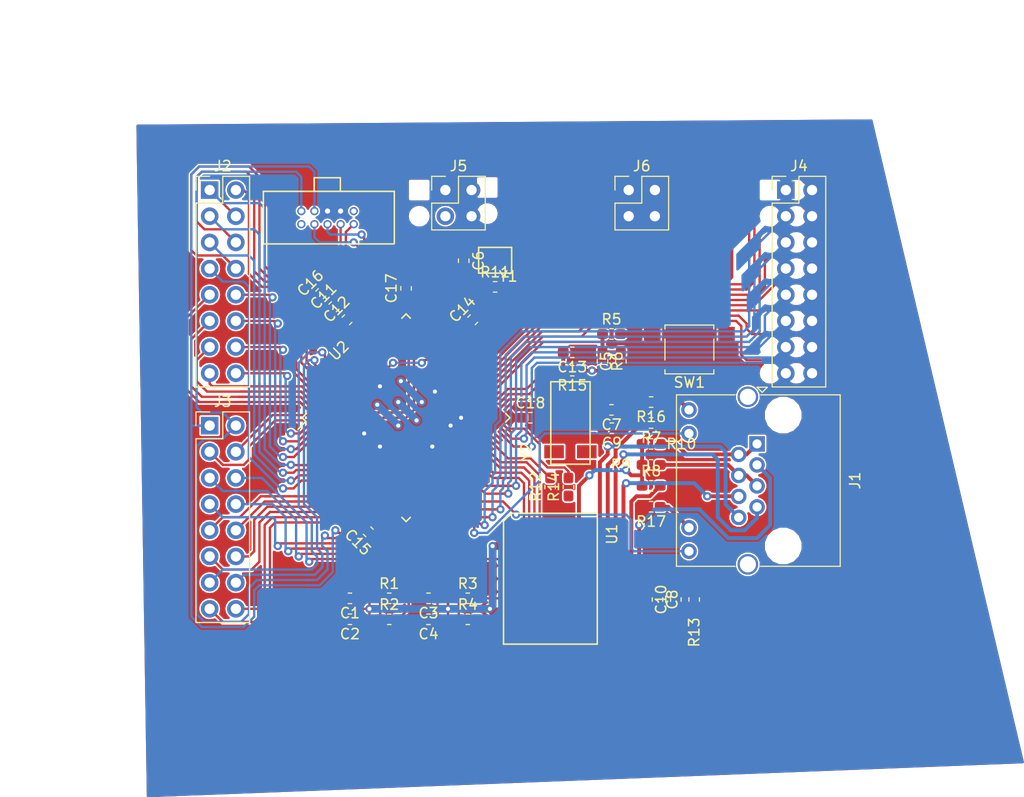
<source format=kicad_pcb>
(kicad_pcb (version 20171130) (host pcbnew "(5.0.2)-1")
  (layers (0 F.Cu signal) (31 B.Cu signal) (34 B.Paste user) (35 F.Paste user) (36 B.SilkS user) (37 F.SilkS user) (38 B.Mask user) (39 F.Mask user) (44 Edge.Cuts user))
  (net 0 "")
  (net 1 GND)
  (net 2 +3V3)
  (net 3 "Net-(C8-Pad2)")
  (net 4 "Net-(C10-Pad2)")
  (net 5 "Net-(C11-Pad1)")
  (net 6 TMS)
  (net 7 TCK)
  (net 8 TDO)
  (net 9 RX0)
  (net 10 TDI)
  (net 11 TX0)
  (net 12 RST)
  (net 13 "Net-(J1-Pad1)")
  (net 14 "Net-(J1-Pad3)")
  (net 15 "Net-(J1-Pad4)")
  (net 16 "Net-(J1-Pad7)")
  (net 17 "Net-(J1-Pad6)")
  (net 18 "Net-(J1-Pad8)")
  (net 19 "Net-(J1-Pad9)")
  (net 20 Ethernet_Link)
  (net 21 "Net-(J1-Pad11)")
  (net 22 Ethernet_Activity)
  (net 23 A0)
  (net 24 A8)
  (net 25 A1)
  (net 26 A9)
  (net 27 A2)
  (net 28 A10)
  (net 29 A3)
  (net 30 A11)
  (net 31 A4)
  (net 32 A12)
  (net 33 A5)
  (net 34 A13)
  (net 35 A6)
  (net 36 A14)
  (net 37 A7)
  (net 38 A15)
  (net 39 RX7)
  (net 40 TX7)
  (net 41 RX6)
  (net 42 TX6)
  (net 43 RX5)
  (net 44 TX5)
  (net 45 RX4)
  (net 46 TX4)
  (net 47 RX3)
  (net 48 TX3)
  (net 49 RX2)
  (net 50 TX2)
  (net 51 RX1)
  (net 52 TX1)
  (net 53 "Net-(J4-Pad1)")
  (net 54 T2_A)
  (net 55 PWM1)
  (net 56 T2_B)
  (net 57 PWM2)
  (net 58 T3_A)
  (net 59 PWM3)
  (net 60 T3_B)
  (net 61 PWM4)
  (net 62 T4_A)
  (net 63 PWM5)
  (net 64 T4_B)
  (net 65 PWM6)
  (net 66 T5_A)
  (net 67 PWM7)
  (net 68 T5_B)
  (net 69 SDA0)
  (net 70 SCL0)
  (net 71 EN0RXI_N)
  (net 72 EN0RXI_P)
  (net 73 EN0TXO_N)
  (net 74 EN0TXO_P)
  (net 75 ~RST)
  (net 76 "Net-(R7-Pad2)")
  (net 77 "Net-(R8-Pad2)")
  (net 78 "Net-(R11-Pad2)")
  (net 79 "Net-(U2-Pad5)")
  (net 80 "Net-(U2-Pad6)")
  (net 81 "Net-(U2-Pad11)")
  (net 82 "Net-(U2-Pad20)")
  (net 83 "Net-(U2-Pad21)")
  (net 84 "Net-(U2-Pad27)")
  (net 85 "Net-(U2-Pad29)")
  (net 86 "Net-(U2-Pad30)")
  (net 87 "Net-(U2-Pad31)")
  (net 88 "Net-(U2-Pad32)")
  (net 89 "Net-(U2-Pad35)")
  (net 90 "Net-(U2-Pad36)")
  (net 91 "Net-(U2-Pad60)")
  (net 92 "Net-(U2-Pad61)")
  (net 93 "Net-(U2-Pad65)")
  (net 94 "Net-(U2-Pad81)")
  (net 95 "Net-(U2-Pad82)")
  (net 96 "Net-(U2-Pad83)")
  (net 97 "Net-(U2-Pad84)")
  (net 98 "Net-(U2-Pad85)")
  (net 99 "Net-(U2-Pad86)")
  (net 100 "Net-(U2-Pad93)")
  (net 101 "Net-(U2-Pad94)")
  (net 102 "Net-(U2-Pad102)")
  (net 103 "Net-(U2-Pad103)")
  (net 104 "Net-(U2-Pad104)")
  (net 105 "Net-(U2-Pad105)")
  (net 106 "Net-(U2-Pad106)")
  (net 107 "Net-(U2-Pad107)")
  (net 108 "Net-(U2-Pad108)")
  (net 109 "Net-(U2-Pad109)")
  (net 110 "Net-(U2-Pad110)")
  (net 111 "Net-(U2-Pad111)")
  (net 112 "Net-(U2-Pad112)")
  (net 113 "Net-(U2-Pad116)")
  (net 114 "Net-(U2-Pad117)")
  (net 115 "Net-(Y1-Pad2)")
  (net 116 "Net-(Y1-Pad4)")
  (net 117 /RST_In)
  (net 118 /OSC0)
  (net 119 /XOSC1)
  (net 120 /XOSC0)
  (net 121 /VBAT)
  (net 122 /OSC1)
  (net 123 /RBIAS)
  (net 124 /Wake)
  (module Connector_PinHeader_2.54mm:PinHeader_2x08_P2.54mm_Vertical (layer F.Cu) (at 162.56 30.48)
    (fp_text reference J4 (at 1.27 -2.33) (layer F.SilkS))
    (fp_text value Conn_02x08)
    (pad 1 thru_hole rect (at 0 0) (size 1.7 1.7) (drill 1) (layers *.Cu *.Mask) (net 53 "Net-(J4-Pad1)"))
    (pad 2 thru_hole oval (at 2.54 0) (size 1.7 1.7) (drill 1) (layers *.Cu *.Mask) (net 54 T2_A))
    (pad 3 thru_hole oval (at 0 2.54) (size 1.7 1.7) (drill 1) (layers *.Cu *.Mask) (net 55 PWM1))
    (pad 4 thru_hole oval (at 2.54 2.54) (size 1.7 1.7) (drill 1) (layers *.Cu *.Mask) (net 56 T2_B))
    (pad 5 thru_hole oval (at 0 5.08) (size 1.7 1.7) (drill 1) (layers *.Cu *.Mask) (net 57 PWM2))
    (pad 6 thru_hole oval (at 2.54 5.08) (size 1.7 1.7) (drill 1) (layers *.Cu *.Mask) (net 58 T3_A))
    (pad 7 thru_hole oval (at 0 7.62) (size 1.7 1.7) (drill 1) (layers *.Cu *.Mask) (net 59 PWM3))
    (pad 8 thru_hole oval (at 2.54 7.62) (size 1.7 1.7) (drill 1) (layers *.Cu *.Mask) (net 60 T3_B))
    (pad 9 thru_hole oval (at 0 10.16) (size 1.7 1.7) (drill 1) (layers *.Cu *.Mask) (net 61 PWM4))
    (pad 10 thru_hole oval (at 2.54 10.16) (size 1.7 1.7) (drill 1) (layers *.Cu *.Mask) (net 62 T4_A))
    (pad 11 thru_hole oval (at 0 12.7) (size 1.7 1.7) (drill 1) (layers *.Cu *.Mask) (net 63 PWM5))
    (pad 12 thru_hole oval (at 2.54 12.7) (size 1.7 1.7) (drill 1) (layers *.Cu *.Mask) (net 64 T4_B))
    (pad 13 thru_hole oval (at 0 15.24) (size 1.7 1.7) (drill 1) (layers *.Cu *.Mask) (net 65 PWM6))
    (pad 14 thru_hole oval (at 2.54 15.24) (size 1.7 1.7) (drill 1) (layers *.Cu *.Mask) (net 66 T5_A))
    (pad 15 thru_hole oval (at 0 17.78) (size 1.7 1.7) (drill 1) (layers *.Cu *.Mask) (net 67 PWM7))
    (pad 16 thru_hole oval (at 2.54 17.78) (size 1.7 1.7) (drill 1) (layers *.Cu *.Mask) (net 68 T5_B))
  )
  (module Resistor_SMD:R_0603_1608Metric_Pad1.05x0.95mm_HandSolder (layer F.Cu) (at 141.845 48.006 180)
    (fp_text reference R15 (at 0 -1.43 180) (layer F.SilkS))
    (fp_text value 51)
    (pad 1 smd roundrect (at -0.875 0 180) (size 1.05 0.95) (layers F.Cu F.Paste F.Mask) (net 2 +3V3))
    (pad 2 smd roundrect (at 0.875 0 180) (size 1.05 0.95) (layers F.Cu F.Paste F.Mask) (net 121 /VBAT))
  )
  (module Capacitor_SMD:C_0603_1608Metric_Pad1.05x0.95mm_HandSolder (layer F.Cu) (at 141.845 46.228 180)
    (fp_text reference C13 (at 0 -1.43 180) (layer F.SilkS))
    (fp_text value .1u)
    (pad 1 smd roundrect (at -0.875 0 180) (size 1.05 0.95) (layers F.Cu F.Paste F.Mask) (net 1 GND))
    (pad 2 smd roundrect (at 0.875 0 180) (size 1.05 0.95) (layers F.Cu F.Paste F.Mask) (net 121 /VBAT))
  )
  (module MRDT_Devices:ABS25 (layer F.Cu) (at 141.732 53.086 270)
    (fp_text reference Y2 (at 2.794 4.318 270) (layer F.SilkS))
    (fp_text value "Crystal 32K SMD")
    (pad 2 smd rect (at -2.794 -1.524 270) (size 1.27 1.905) (layers F.Cu F.Paste F.Mask) (net 119 /XOSC1))
    (pad "" smd rect (at 2.794 -1.524 270) (size 1.27 1.905) (layers F.Cu F.Paste F.Mask))
    (pad 1 smd rect (at -2.794 1.651 270) (size 1.27 1.905) (layers F.Cu F.Paste F.Mask) (net 120 /XOSC0))
    (pad "" smd rect (at 2.794 1.651 270) (size 1.27 1.905) (layers F.Cu F.Paste F.Mask))
  )
  (module Resistor_SMD:R_0603_1608Metric_Pad1.05x0.95mm_HandSolder (layer F.Cu) (at 124.093 70.104)
    (fp_text reference R1 (at 0 -1.43) (layer F.SilkS))
    (fp_text value 49.9)
    (pad 2 smd roundrect (at 0.875 0) (size 1.05 0.95) (layers F.Cu F.Paste F.Mask) (net 71 EN0RXI_N))
    (pad 1 smd roundrect (at -0.875 0) (size 1.05 0.95) (layers F.Cu F.Paste F.Mask) (net 2 +3V3))
  )
  (module Resistor_SMD:R_0603_1608Metric_Pad1.05x0.95mm_HandSolder (layer F.Cu) (at 124.093 72.136)
    (fp_text reference R2 (at 0 -1.43) (layer F.SilkS))
    (fp_text value 49.9)
    (pad 1 smd roundrect (at -0.875 0) (size 1.05 0.95) (layers F.Cu F.Paste F.Mask) (net 2 +3V3))
    (pad 2 smd roundrect (at 0.875 0) (size 1.05 0.95) (layers F.Cu F.Paste F.Mask) (net 72 EN0RXI_P))
  )
  (module Capacitor_SMD:C_0603_1608Metric_Pad1.05x0.95mm_HandSolder (layer F.Cu) (at 120.283 72.136 180)
    (fp_text reference C2 (at 0 -1.43 180) (layer F.SilkS))
    (fp_text value .1u)
    (pad 1 smd roundrect (at -0.875 0 180) (size 1.05 0.95) (layers F.Cu F.Paste F.Mask) (net 2 +3V3))
    (pad 2 smd roundrect (at 0.875 0 180) (size 1.05 0.95) (layers F.Cu F.Paste F.Mask) (net 1 GND))
  )
  (module Capacitor_SMD:C_0603_1608Metric_Pad1.05x0.95mm_HandSolder (layer F.Cu) (at 120.283 70.104 180)
    (fp_text reference C1 (at 0 -1.43 180) (layer F.SilkS))
    (fp_text value .1u)
    (pad 2 smd roundrect (at 0.875 0 180) (size 1.05 0.95) (layers F.Cu F.Paste F.Mask) (net 1 GND))
    (pad 1 smd roundrect (at -0.875 0 180) (size 1.05 0.95) (layers F.Cu F.Paste F.Mask) (net 2 +3V3))
  )
  (module MRDT_Devices:HX1198FNL (layer F.Cu) (at 144.272 74.549 90)
    (fp_text reference U1 (at 10.668 1.4224 90) (layer F.SilkS))
    (fp_text value HX1198FNL)
    (pad 1 smd rect (at 10.795 -8.763 90) (size 0.762 1.651) (layers F.Cu F.Paste F.Mask) (net 71 EN0RXI_N))
    (pad 2 smd rect (at 9.525 -8.763 90) (size 0.762 1.651) (layers F.Cu F.Paste F.Mask) (net 2 +3V3))
    (pad 3 smd rect (at 8.255 -8.763 90) (size 0.762 1.651) (layers F.Cu F.Paste F.Mask) (net 72 EN0RXI_P))
    (pad 4 smd rect (at 6.985 -8.763 90) (size 0.762 1.651) (layers F.Cu F.Paste F.Mask))
    (pad 5 smd rect (at 5.715 -8.763 90) (size 0.762 1.651) (layers F.Cu F.Paste F.Mask))
    (pad 6 smd rect (at 4.445 -8.763 90) (size 0.762 1.651) (layers F.Cu F.Paste F.Mask) (net 73 EN0TXO_N))
    (pad 7 smd rect (at 3.175 -8.763 90) (size 0.762 1.651) (layers F.Cu F.Paste F.Mask) (net 2 +3V3))
    (pad 8 smd rect (at 1.905 -8.763 90) (size 0.762 1.651) (layers F.Cu F.Paste F.Mask) (net 74 EN0TXO_P))
    (pad 9 smd rect (at 1.905 -0.254 90) (size 0.762 1.651) (layers F.Cu F.Paste F.Mask) (net 14 "Net-(J1-Pad3)"))
    (pad 10 smd rect (at 3.175 -0.254 90) (size 0.762 1.651) (layers F.Cu F.Paste F.Mask) (net 77 "Net-(R8-Pad2)"))
    (pad 11 smd rect (at 4.445 -0.254 90) (size 0.762 1.651) (layers F.Cu F.Paste F.Mask) (net 17 "Net-(J1-Pad6)"))
    (pad 12 smd rect (at 5.715 -0.254 90) (size 0.762 1.651) (layers F.Cu F.Paste F.Mask))
    (pad 13 smd rect (at 6.985 -0.254 90) (size 0.762 1.651) (layers F.Cu F.Paste F.Mask))
    (pad 14 smd rect (at 8.255 -0.254 90) (size 0.762 1.651) (layers F.Cu F.Paste F.Mask) (net 16 "Net-(J1-Pad7)"))
    (pad 15 smd rect (at 9.525 -0.254 90) (size 0.762 1.651) (layers F.Cu F.Paste F.Mask) (net 76 "Net-(R7-Pad2)"))
    (pad 16 smd rect (at 10.795 -0.254 90) (size 0.762 1.651) (layers F.Cu F.Paste F.Mask) (net 18 "Net-(J1-Pad8)"))
  )
  (module Resistor_SMD:R_0603_1608Metric_Pad1.05x0.95mm_HandSolder (layer F.Cu) (at 149.493 57.15)
    (fp_text reference R9 (at -2.935 0) (layer F.SilkS))
    (fp_text value 75)
    (pad 2 smd roundrect (at 0.875 0) (size 1.05 0.95) (layers F.Cu F.Paste F.Mask) (net 15 "Net-(J1-Pad4)"))
    (pad 1 smd roundrect (at -0.875 0) (size 1.05 0.95) (layers F.Cu F.Paste F.Mask) (net 3 "Net-(C8-Pad2)"))
  )
  (module Connector_RJ:RJ45_Amphenol_RJHSE538X (layer F.Cu) (at 159.768 55.114 270)
    (fp_text reference J1 (at 3.56 -9.5 270) (layer F.SilkS))
    (fp_text value RJ45)
    (pad 12 thru_hole circle (at 10.42 6.6 270) (size 1.5 1.5) (drill 0.89) (layers *.Cu *.Mask) (net 22 Ethernet_Activity))
    (pad 11 thru_hole circle (at 8.13 6.6 270) (size 1.5 1.5) (drill 0.89) (layers *.Cu *.Mask) (net 21 "Net-(J1-Pad11)"))
    (pad 10 thru_hole circle (at -1.01 6.6 270) (size 1.5 1.5) (drill 0.89) (layers *.Cu *.Mask) (net 20 Ethernet_Link))
    (pad 9 thru_hole circle (at -3.3 6.6 270) (size 1.5 1.5) (drill 0.89) (layers *.Cu *.Mask) (net 19 "Net-(J1-Pad9)"))
    (pad SH thru_hole circle (at -4.57 0.89 270) (size 2 2) (drill 1.57) (layers *.Cu *.Mask))
    (pad SH thru_hole circle (at 11.69 0.89 270) (size 2 2) (drill 1.57) (layers *.Cu *.Mask))
    (pad "" np_thru_hole circle (at 9.91 -2.54 270) (size 3.25 3.25) (drill 3.25) (layers *.Cu *.Mask))
    (pad "" np_thru_hole circle (at -2.79 -2.54 270) (size 3.25 3.25) (drill 3.25) (layers *.Cu *.Mask))
    (pad 8 thru_hole circle (at 7.14 1.78 270) (size 1.5 1.5) (drill 0.89) (layers *.Cu *.Mask) (net 18 "Net-(J1-Pad8)"))
    (pad 6 thru_hole circle (at 5.1 1.78 270) (size 1.5 1.5) (drill 0.89) (layers *.Cu *.Mask) (net 17 "Net-(J1-Pad6)"))
    (pad 4 thru_hole circle (at 3.06 1.78 270) (size 1.5 1.5) (drill 0.89) (layers *.Cu *.Mask) (net 15 "Net-(J1-Pad4)"))
    (pad 2 thru_hole circle (at 1.02 1.78 270) (size 1.5 1.5) (drill 0.89) (layers *.Cu *.Mask) (net 13 "Net-(J1-Pad1)"))
    (pad 7 thru_hole circle (at 6.12 0 270) (size 1.5 1.5) (drill 0.89) (layers *.Cu *.Mask) (net 16 "Net-(J1-Pad7)"))
    (pad 5 thru_hole circle (at 4.08 0 270) (size 1.5 1.5) (drill 0.89) (layers *.Cu *.Mask) (net 15 "Net-(J1-Pad4)"))
    (pad 3 thru_hole circle (at 2.04 0 270) (size 1.5 1.5) (drill 0.89) (layers *.Cu *.Mask) (net 14 "Net-(J1-Pad3)"))
    (pad 1 thru_hole rect (at 0 0 270) (size 1.5 1.5) (drill 0.89) (layers *.Cu *.Mask) (net 13 "Net-(J1-Pad1)"))
  )
  (module Resistor_SMD:R_0603_1608Metric_Pad1.05x0.95mm_HandSolder (layer F.Cu) (at 149.493 53.086 180)
    (fp_text reference R7 (at 0 -1.43 180) (layer F.SilkS))
    (fp_text value 75)
    (pad 1 smd roundrect (at -0.875 0 180) (size 1.05 0.95) (layers F.Cu F.Paste F.Mask) (net 3 "Net-(C8-Pad2)"))
    (pad 2 smd roundrect (at 0.875 0 180) (size 1.05 0.95) (layers F.Cu F.Paste F.Mask) (net 76 "Net-(R7-Pad2)"))
  )
  (module Resistor_SMD:R_0603_1608Metric_Pad1.05x0.95mm_HandSolder (layer F.Cu) (at 149.493 59.182)
    (fp_text reference R8 (at 0 -1.43) (layer F.SilkS))
    (fp_text value 75)
    (pad 2 smd roundrect (at 0.875 0) (size 1.05 0.95) (layers F.Cu F.Paste F.Mask) (net 77 "Net-(R8-Pad2)"))
    (pad 1 smd roundrect (at -0.875 0) (size 1.05 0.95) (layers F.Cu F.Paste F.Mask) (net 3 "Net-(C8-Pad2)"))
  )
  (module Resistor_SMD:R_0603_1608Metric_Pad1.05x0.95mm_HandSolder (layer F.Cu) (at 149.493 51.054 180)
    (fp_text reference R16 (at 0 -1.43 180) (layer F.SilkS))
    (fp_text value 330)
    (pad 1 smd roundrect (at -0.875 0 180) (size 1.05 0.95) (layers F.Cu F.Paste F.Mask) (net 19 "Net-(J1-Pad9)"))
    (pad 2 smd roundrect (at 0.875 0 180) (size 1.05 0.95) (layers F.Cu F.Paste F.Mask) (net 1 GND))
  )
  (module Resistor_SMD:R_0603_1608Metric_Pad1.05x0.95mm_HandSolder (layer F.Cu) (at 149.493 55.118)
    (fp_text reference R10 (at 2.935 0) (layer F.SilkS))
    (fp_text value 75)
    (pad 1 smd roundrect (at -0.875 0) (size 1.05 0.95) (layers F.Cu F.Paste F.Mask) (net 3 "Net-(C8-Pad2)"))
    (pad 2 smd roundrect (at 0.875 0) (size 1.05 0.95) (layers F.Cu F.Paste F.Mask) (net 13 "Net-(J1-Pad1)"))
  )
  (module Resistor_SMD:R_0603_1608Metric_Pad1.05x0.95mm_HandSolder (layer F.Cu) (at 153.67 70.217 90)
    (fp_text reference R13 (at -3.189 0 90) (layer F.SilkS))
    (fp_text value 1M)
    (pad 1 smd roundrect (at -0.875 0 90) (size 1.05 0.95) (layers F.Cu F.Paste F.Mask) (net 1 GND))
    (pad 2 smd roundrect (at 0.875 0 90) (size 1.05 0.95) (layers F.Cu F.Paste F.Mask) (net 4 "Net-(C10-Pad2)"))
  )
  (module Resistor_SMD:R_0603_1608Metric_Pad1.05x0.95mm_HandSolder (layer F.Cu) (at 149.493 61.214 180)
    (fp_text reference R17 (at 0 -1.43 180) (layer F.SilkS))
    (fp_text value 330)
    (pad 2 smd roundrect (at 0.875 0 180) (size 1.05 0.95) (layers F.Cu F.Paste F.Mask) (net 1 GND))
    (pad 1 smd roundrect (at -0.875 0 180) (size 1.05 0.95) (layers F.Cu F.Paste F.Mask) (net 21 "Net-(J1-Pad11)"))
  )
  (module Capacitor_SMD:C_0603_1608Metric_Pad1.05x0.95mm_HandSolder (layer F.Cu) (at 150.114 70.217 270)
    (fp_text reference C8 (at 0 -1.43 270) (layer F.SilkS))
    (fp_text value 1000p)
    (pad 1 smd roundrect (at -0.875 0 270) (size 1.05 0.95) (layers F.Cu F.Paste F.Mask) (net 4 "Net-(C10-Pad2)"))
    (pad 2 smd roundrect (at 0.875 0 270) (size 1.05 0.95) (layers F.Cu F.Paste F.Mask) (net 3 "Net-(C8-Pad2)"))
  )
  (module Capacitor_SMD:C_0603_1608Metric_Pad1.05x0.95mm_HandSolder (layer F.Cu) (at 151.892 70.217 90)
    (fp_text reference C10 (at 0 -1.43 90) (layer F.SilkS))
    (fp_text value 4700p)
    (pad 2 smd roundrect (at 0.875 0 90) (size 1.05 0.95) (layers F.Cu F.Paste F.Mask) (net 4 "Net-(C10-Pad2)"))
    (pad 1 smd roundrect (at -0.875 0 90) (size 1.05 0.95) (layers F.Cu F.Paste F.Mask) (net 1 GND))
  )
  (module Package_QFP:TQFP-128_14x14mm_P0.4mm (layer F.Cu) (at 125.73 52.578 45)
    (fp_text reference U2 (at 0 -9.2 45) (layer F.SilkS))
    (fp_text value TM4C129ENCPDT)
    (pad 1 smd rect (at -7.7 -6.2 45) (size 1 0.23) (layers F.Cu F.Paste F.Mask) (net 38 A15))
    (pad 2 smd rect (at -7.7 -5.8 45) (size 1 0.23) (layers F.Cu F.Paste F.Mask) (net 36 A14))
    (pad 3 smd rect (at -7.7 -5.4 45) (size 1 0.23) (layers F.Cu F.Paste F.Mask) (net 34 A13))
    (pad 4 smd rect (at -7.7 -5 45) (size 1 0.23) (layers F.Cu F.Paste F.Mask) (net 32 A12))
    (pad 5 smd rect (at -7.7 -4.6 45) (size 1 0.23) (layers F.Cu F.Paste F.Mask) (net 79 "Net-(U2-Pad5)"))
    (pad 6 smd rect (at -7.7 -4.2 45) (size 1 0.23) (layers F.Cu F.Paste F.Mask) (net 80 "Net-(U2-Pad6)"))
    (pad 7 smd rect (at -7.7 -3.8 45) (size 1 0.23) (layers F.Cu F.Paste F.Mask) (net 2 +3V3))
    (pad 8 smd rect (at -7.7 -3.4 45) (size 1 0.23) (layers F.Cu F.Paste F.Mask) (net 2 +3V3))
    (pad 9 smd rect (at -7.7 -3 45) (size 1 0.23) (layers F.Cu F.Paste F.Mask) (net 2 +3V3))
    (pad 10 smd rect (at -7.7 -2.6 45) (size 1 0.23) (layers F.Cu F.Paste F.Mask) (net 1 GND))
    (pad 11 smd rect (at -7.7 -2.2 45) (size 1 0.23) (layers F.Cu F.Paste F.Mask) (net 81 "Net-(U2-Pad11)"))
    (pad 12 smd rect (at -7.7 -1.8 45) (size 1 0.23) (layers F.Cu F.Paste F.Mask) (net 23 A0))
    (pad 13 smd rect (at -7.7 -1.4 45) (size 1 0.23) (layers F.Cu F.Paste F.Mask) (net 25 A1))
    (pad 14 smd rect (at -7.7 -1 45) (size 1 0.23) (layers F.Cu F.Paste F.Mask) (net 27 A2))
    (pad 15 smd rect (at -7.7 -0.6 45) (size 1 0.23) (layers F.Cu F.Paste F.Mask) (net 29 A3))
    (pad 16 smd rect (at -7.7 -0.2 45) (size 1 0.23) (layers F.Cu F.Paste F.Mask) (net 2 +3V3))
    (pad 17 smd rect (at -7.7 0.2 45) (size 1 0.23) (layers F.Cu F.Paste F.Mask) (net 1 GND))
    (pad 18 smd rect (at -7.7 0.6 45) (size 1 0.23) (layers F.Cu F.Paste F.Mask) (net 45 RX4))
    (pad 19 smd rect (at -7.7 1 45) (size 1 0.23) (layers F.Cu F.Paste F.Mask) (net 46 TX4))
    (pad 20 smd rect (at -7.7 1.4 45) (size 1 0.23) (layers F.Cu F.Paste F.Mask) (net 82 "Net-(U2-Pad20)"))
    (pad 21 smd rect (at -7.7 1.8 45) (size 1 0.23) (layers F.Cu F.Paste F.Mask) (net 83 "Net-(U2-Pad21)"))
    (pad 22 smd rect (at -7.7 2.2 45) (size 1 0.23) (layers F.Cu F.Paste F.Mask) (net 44 TX5))
    (pad 23 smd rect (at -7.7 2.6 45) (size 1 0.23) (layers F.Cu F.Paste F.Mask) (net 43 RX5))
    (pad 24 smd rect (at -7.7 3 45) (size 1 0.23) (layers F.Cu F.Paste F.Mask) (net 40 TX7))
    (pad 25 smd rect (at -7.7 3.4 45) (size 1 0.23) (layers F.Cu F.Paste F.Mask) (net 39 RX7))
    (pad 26 smd rect (at -7.7 3.8 45) (size 1 0.23) (layers F.Cu F.Paste F.Mask) (net 2 +3V3))
    (pad 27 smd rect (at -7.7 4.2 45) (size 1 0.23) (layers F.Cu F.Paste F.Mask) (net 84 "Net-(U2-Pad27)"))
    (pad 28 smd rect (at -7.7 4.6 45) (size 1 0.23) (layers F.Cu F.Paste F.Mask) (net 2 +3V3))
    (pad 29 smd rect (at -7.7 5 45) (size 1 0.23) (layers F.Cu F.Paste F.Mask) (net 85 "Net-(U2-Pad29)"))
    (pad 30 smd rect (at -7.7 5.4 45) (size 1 0.23) (layers F.Cu F.Paste F.Mask) (net 86 "Net-(U2-Pad30)"))
    (pad 31 smd rect (at -7.7 5.8 45) (size 1 0.23) (layers F.Cu F.Paste F.Mask) (net 87 "Net-(U2-Pad31)"))
    (pad 32 smd rect (at -7.7 6.2 45) (size 1 0.23) (layers F.Cu F.Paste F.Mask) (net 88 "Net-(U2-Pad32)"))
    (pad 33 smd rect (at -6.2 7.7 135) (size 1 0.23) (layers F.Cu F.Paste F.Mask) (net 9 RX0))
    (pad 34 smd rect (at -5.8 7.7 135) (size 1 0.23) (layers F.Cu F.Paste F.Mask) (net 11 TX0))
    (pad 35 smd rect (at -5.4 7.7 135) (size 1 0.23) (layers F.Cu F.Paste F.Mask) (net 89 "Net-(U2-Pad35)"))
    (pad 36 smd rect (at -5 7.7 135) (size 1 0.23) (layers F.Cu F.Paste F.Mask) (net 90 "Net-(U2-Pad36)"))
    (pad 37 smd rect (at -4.6 7.7 135) (size 1 0.23) (layers F.Cu F.Paste F.Mask) (net 47 RX3))
    (pad 38 smd rect (at -4.2 7.7 135) (size 1 0.23) (layers F.Cu F.Paste F.Mask) (net 48 TX3))
    (pad 39 smd rect (at -3.8 7.7 135) (size 1 0.23) (layers F.Cu F.Paste F.Mask) (net 2 +3V3))
    (pad 40 smd rect (at -3.4 7.7 135) (size 1 0.23) (layers F.Cu F.Paste F.Mask) (net 49 RX2))
    (pad 41 smd rect (at -3 7.7 135) (size 1 0.23) (layers F.Cu F.Paste F.Mask) (net 50 TX2))
    (pad 42 smd rect (at -2.6 7.7 135) (size 1 0.23) (layers F.Cu F.Paste F.Mask) (net 20 Ethernet_Link))
    (pad 43 smd rect (at -2.2 7.7 135) (size 1 0.23) (layers F.Cu F.Paste F.Mask) (net 55 PWM1))
    (pad 44 smd rect (at -1.8 7.7 135) (size 1 0.23) (layers F.Cu F.Paste F.Mask) (net 57 PWM2))
    (pad 45 smd rect (at -1.4 7.7 135) (size 1 0.23) (layers F.Cu F.Paste F.Mask) (net 59 PWM3))
    (pad 46 smd rect (at -1 7.7 135) (size 1 0.23) (layers F.Cu F.Paste F.Mask) (net 22 Ethernet_Activity))
    (pad 47 smd rect (at -0.6 7.7 135) (size 1 0.23) (layers F.Cu F.Paste F.Mask) (net 2 +3V3))
    (pad 48 smd rect (at -0.2 7.7 135) (size 1 0.23) (layers F.Cu F.Paste F.Mask) (net 1 GND))
    (pad 49 smd rect (at 0.2 7.7 135) (size 1 0.23) (layers F.Cu F.Paste F.Mask) (net 61 PWM4))
    (pad 50 smd rect (at 0.6 7.7 135) (size 1 0.23) (layers F.Cu F.Paste F.Mask) (net 63 PWM5))
    (pad 51 smd rect (at 1 7.7 135) (size 1 0.23) (layers F.Cu F.Paste F.Mask) (net 2 +3V3))
    (pad 52 smd rect (at 1.4 7.7 135) (size 1 0.23) (layers F.Cu F.Paste F.Mask) (net 2 +3V3))
    (pad 53 smd rect (at 1.8 7.7 135) (size 1 0.23) (layers F.Cu F.Paste F.Mask) (net 71 EN0RXI_N))
    (pad 54 smd rect (at 2.2 7.7 135) (size 1 0.23) (layers F.Cu F.Paste F.Mask) (net 72 EN0RXI_P))
    (pad 55 smd rect (at 2.6 7.7 135) (size 1 0.23) (layers F.Cu F.Paste F.Mask) (net 1 GND))
    (pad 56 smd rect (at 3 7.7 135) (size 1 0.23) (layers F.Cu F.Paste F.Mask) (net 73 EN0TXO_N))
    (pad 57 smd rect (at 3.4 7.7 135) (size 1 0.23) (layers F.Cu F.Paste F.Mask) (net 74 EN0TXO_P))
    (pad 58 smd rect (at 3.8 7.7 135) (size 1 0.23) (layers F.Cu F.Paste F.Mask) (net 1 GND))
    (pad 59 smd rect (at 4.2 7.7 135) (size 1 0.23) (layers F.Cu F.Paste F.Mask) (net 123 /RBIAS))
    (pad 60 smd rect (at 4.6 7.7 135) (size 1 0.23) (layers F.Cu F.Paste F.Mask) (net 91 "Net-(U2-Pad60)"))
    (pad 61 smd rect (at 5 7.7 135) (size 1 0.23) (layers F.Cu F.Paste F.Mask) (net 92 "Net-(U2-Pad61)"))
    (pad 62 smd rect (at 5.4 7.7 135) (size 1 0.23) (layers F.Cu F.Paste F.Mask) (net 67 PWM7))
    (pad 63 smd rect (at 5.8 7.7 135) (size 1 0.23) (layers F.Cu F.Paste F.Mask) (net 65 PWM6))
    (pad 64 smd rect (at 6.2 7.7 135) (size 1 0.23) (layers F.Cu F.Paste F.Mask) (net 124 /Wake))
    (pad 65 smd rect (at 7.7 6.2 45) (size 1 0.23) (layers F.Cu F.Paste F.Mask) (net 93 "Net-(U2-Pad65)"))
    (pad 66 smd rect (at 7.7 5.8 45) (size 1 0.23) (layers F.Cu F.Paste F.Mask) (net 120 /XOSC0))
    (pad 67 smd rect (at 7.7 5.4 45) (size 1 0.23) (layers F.Cu F.Paste F.Mask) (net 119 /XOSC1))
    (pad 68 smd rect (at 7.7 5 45) (size 1 0.23) (layers F.Cu F.Paste F.Mask) (net 121 /VBAT))
    (pad 69 smd rect (at 7.7 4.6 45) (size 1 0.23) (layers F.Cu F.Paste F.Mask) (net 2 +3V3))
    (pad 70 smd rect (at 7.7 4.2 45) (size 1 0.23) (layers F.Cu F.Paste F.Mask) (net 117 /RST_In))
    (pad 71 smd rect (at 7.7 3.8 45) (size 1 0.23) (layers F.Cu F.Paste F.Mask) (net 68 T5_B))
    (pad 72 smd rect (at 7.7 3.4 45) (size 1 0.23) (layers F.Cu F.Paste F.Mask) (net 66 T5_A))
    (pad 73 smd rect (at 7.7 3 45) (size 1 0.23) (layers F.Cu F.Paste F.Mask) (net 64 T4_B))
    (pad 74 smd rect (at 7.7 2.6 45) (size 1 0.23) (layers F.Cu F.Paste F.Mask) (net 62 T4_A))
    (pad 75 smd rect (at 7.7 2.2 45) (size 1 0.23) (layers F.Cu F.Paste F.Mask) (net 60 T3_B))
    (pad 76 smd rect (at 7.7 1.8 45) (size 1 0.23) (layers F.Cu F.Paste F.Mask) (net 58 T3_A))
    (pad 77 smd rect (at 7.7 1.4 45) (size 1 0.23) (layers F.Cu F.Paste F.Mask) (net 56 T2_B))
    (pad 78 smd rect (at 7.7 1 45) (size 1 0.23) (layers F.Cu F.Paste F.Mask) (net 54 T2_A))
    (pad 79 smd rect (at 7.7 0.6 45) (size 1 0.23) (layers F.Cu F.Paste F.Mask) (net 2 +3V3))
    (pad 80 smd rect (at 7.7 0.2 45) (size 1 0.23) (layers F.Cu F.Paste F.Mask) (net 1 GND))
    (pad 81 smd rect (at 7.7 -0.2 45) (size 1 0.23) (layers F.Cu F.Paste F.Mask) (net 94 "Net-(U2-Pad81)"))
    (pad 82 smd rect (at 7.7 -0.6 45) (size 1 0.23) (layers F.Cu F.Paste F.Mask) (net 95 "Net-(U2-Pad82)"))
    (pad 83 smd rect (at 7.7 -1 45) (size 1 0.23) (layers F.Cu F.Paste F.Mask) (net 96 "Net-(U2-Pad83)"))
    (pad 84 smd rect (at 7.7 -1.4 45) (size 1 0.23) (layers F.Cu F.Paste F.Mask) (net 97 "Net-(U2-Pad84)"))
    (pad 85 smd rect (at 7.7 -1.8 45) (size 1 0.23) (layers F.Cu F.Paste F.Mask) (net 98 "Net-(U2-Pad85)"))
    (pad 86 smd rect (at 7.7 -2.2 45) (size 1 0.23) (layers F.Cu F.Paste F.Mask) (net 99 "Net-(U2-Pad86)"))
    (pad 87 smd rect (at 7.7 -2.6 45) (size 1 0.23) (layers F.Cu F.Paste F.Mask) (net 5 "Net-(C11-Pad1)"))
    (pad 88 smd rect (at 7.7 -3 45) (size 1 0.23) (layers F.Cu F.Paste F.Mask) (net 118 /OSC0))
    (pad 89 smd rect (at 7.7 -3.4 45) (size 1 0.23) (layers F.Cu F.Paste F.Mask) (net 122 /OSC1))
    (pad 90 smd rect (at 7.7 -3.8 45) (size 1 0.23) (layers F.Cu F.Paste F.Mask) (net 2 +3V3))
    (pad 91 smd rect (at 7.7 -4.2 45) (size 1 0.23) (layers F.Cu F.Paste F.Mask) (net 70 SCL0))
    (pad 92 smd rect (at 7.7 -4.6 45) (size 1 0.23) (layers F.Cu F.Paste F.Mask) (net 69 SDA0))
    (pad 93 smd rect (at 7.7 -5 45) (size 1 0.23) (layers F.Cu F.Paste F.Mask) (net 100 "Net-(U2-Pad93)"))
    (pad 94 smd rect (at 7.7 -5.4 45) (size 1 0.23) (layers F.Cu F.Paste F.Mask) (net 101 "Net-(U2-Pad94)"))
    (pad 95 smd rect (at 7.7 -5.8 45) (size 1 0.23) (layers F.Cu F.Paste F.Mask) (net 51 RX1))
    (pad 96 smd rect (at 7.7 -6.2 45) (size 1 0.23) (layers F.Cu F.Paste F.Mask) (net 52 TX1))
    (pad 97 smd rect (at 6.2 -7.7 135) (size 1 0.23) (layers F.Cu F.Paste F.Mask) (net 8 TDO))
    (pad 98 smd rect (at 5.8 -7.7 135) (size 1 0.23) (layers F.Cu F.Paste F.Mask) (net 10 TDI))
    (pad 99 smd rect (at 5.4 -7.7 135) (size 1 0.23) (layers F.Cu F.Paste F.Mask) (net 6 TMS))
    (pad 100 smd rect (at 5 -7.7 135) (size 1 0.23) (layers F.Cu F.Paste F.Mask) (net 7 TCK))
    (pad 101 smd rect (at 4.6 -7.7 135) (size 1 0.23) (layers F.Cu F.Paste F.Mask) (net 2 +3V3))
    (pad 102 smd rect (at 4.2 -7.7 135) (size 1 0.23) (layers F.Cu F.Paste F.Mask) (net 102 "Net-(U2-Pad102)"))
    (pad 103 smd rect (at 3.8 -7.7 135) (size 1 0.23) (layers F.Cu F.Paste F.Mask) (net 103 "Net-(U2-Pad103)"))
    (pad 104 smd rect (at 3.4 -7.7 135) (size 1 0.23) (layers F.Cu F.Paste F.Mask) (net 104 "Net-(U2-Pad104)"))
    (pad 105 smd rect (at 3 -7.7 135) (size 1 0.23) (layers F.Cu F.Paste F.Mask) (net 105 "Net-(U2-Pad105)"))
    (pad 106 smd rect (at 2.6 -7.7 135) (size 1 0.23) (layers F.Cu F.Paste F.Mask) (net 106 "Net-(U2-Pad106)"))
    (pad 107 smd rect (at 2.2 -7.7 135) (size 1 0.23) (layers F.Cu F.Paste F.Mask) (net 107 "Net-(U2-Pad107)"))
    (pad 108 smd rect (at 1.8 -7.7 135) (size 1 0.23) (layers F.Cu F.Paste F.Mask) (net 108 "Net-(U2-Pad108)"))
    (pad 109 smd rect (at 1.4 -7.7 135) (size 1 0.23) (layers F.Cu F.Paste F.Mask) (net 109 "Net-(U2-Pad109)"))
    (pad 110 smd rect (at 1 -7.7 135) (size 1 0.23) (layers F.Cu F.Paste F.Mask) (net 110 "Net-(U2-Pad110)"))
    (pad 111 smd rect (at 0.6 -7.7 135) (size 1 0.23) (layers F.Cu F.Paste F.Mask) (net 111 "Net-(U2-Pad111)"))
    (pad 112 smd rect (at 0.2 -7.7 135) (size 1 0.23) (layers F.Cu F.Paste F.Mask) (net 112 "Net-(U2-Pad112)"))
    (pad 113 smd rect (at -0.2 -7.7 135) (size 1 0.23) (layers F.Cu F.Paste F.Mask) (net 2 +3V3))
    (pad 114 smd rect (at -0.6 -7.7 135) (size 1 0.23) (layers F.Cu F.Paste F.Mask) (net 1 GND))
    (pad 115 smd rect (at -1 -7.7 135) (size 1 0.23) (layers F.Cu F.Paste F.Mask) (net 5 "Net-(C11-Pad1)"))
    (pad 116 smd rect (at -1.4 -7.7 135) (size 1 0.23) (layers F.Cu F.Paste F.Mask) (net 113 "Net-(U2-Pad116)"))
    (pad 117 smd rect (at -1.8 -7.7 135) (size 1 0.23) (layers F.Cu F.Paste F.Mask) (net 114 "Net-(U2-Pad117)"))
    (pad 118 smd rect (at -2.2 -7.7 135) (size 1 0.23) (layers F.Cu F.Paste F.Mask) (net 41 RX6))
    (pad 119 smd rect (at -2.6 -7.7 135) (size 1 0.23) (layers F.Cu F.Paste F.Mask) (net 42 TX6))
    (pad 120 smd rect (at -3 -7.7 135) (size 1 0.23) (layers F.Cu F.Paste F.Mask) (net 30 A11))
    (pad 121 smd rect (at -3.4 -7.7 135) (size 1 0.23) (layers F.Cu F.Paste F.Mask) (net 28 A10))
    (pad 122 smd rect (at -3.8 -7.7 135) (size 1 0.23) (layers F.Cu F.Paste F.Mask) (net 2 +3V3))
    (pad 123 smd rect (at -4.2 -7.7 135) (size 1 0.23) (layers F.Cu F.Paste F.Mask) (net 26 A9))
    (pad 124 smd rect (at -4.6 -7.7 135) (size 1 0.23) (layers F.Cu F.Paste F.Mask) (net 24 A8))
    (pad 125 smd rect (at -5 -7.7 135) (size 1 0.23) (layers F.Cu F.Paste F.Mask) (net 37 A7))
    (pad 126 smd rect (at -5.4 -7.7 135) (size 1 0.23) (layers F.Cu F.Paste F.Mask) (net 35 A6))
    (pad 127 smd rect (at -5.8 -7.7 135) (size 1 0.23) (layers F.Cu F.Paste F.Mask) (net 33 A5))
    (pad 128 smd rect (at -6.2 -7.7 135) (size 1 0.23) (layers F.Cu F.Paste F.Mask) (net 31 A4))
  )
  (module Connector_PinHeader_2.54mm:PinHeader_2x08_P2.54mm_Vertical (layer F.Cu) (at 106.68 30.48)
    (fp_text reference J2 (at 1.27 -2.33) (layer F.SilkS))
    (fp_text value Conn_02x08)
    (pad 1 thru_hole rect (at 0 0) (size 1.7 1.7) (drill 1) (layers *.Cu *.Mask) (net 23 A0))
    (pad 2 thru_hole oval (at 2.54 0) (size 1.7 1.7) (drill 1) (layers *.Cu *.Mask) (net 24 A8))
    (pad 3 thru_hole oval (at 0 2.54) (size 1.7 1.7) (drill 1) (layers *.Cu *.Mask) (net 25 A1))
    (pad 4 thru_hole oval (at 2.54 2.54) (size 1.7 1.7) (drill 1) (layers *.Cu *.Mask) (net 26 A9))
    (pad 5 thru_hole oval (at 0 5.08) (size 1.7 1.7) (drill 1) (layers *.Cu *.Mask) (net 27 A2))
    (pad 6 thru_hole oval (at 2.54 5.08) (size 1.7 1.7) (drill 1) (layers *.Cu *.Mask) (net 28 A10))
    (pad 7 thru_hole oval (at 0 7.62) (size 1.7 1.7) (drill 1) (layers *.Cu *.Mask) (net 29 A3))
    (pad 8 thru_hole oval (at 2.54 7.62) (size 1.7 1.7) (drill 1) (layers *.Cu *.Mask) (net 30 A11))
    (pad 9 thru_hole oval (at 0 10.16) (size 1.7 1.7) (drill 1) (layers *.Cu *.Mask) (net 31 A4))
    (pad 10 thru_hole oval (at 2.54 10.16) (size 1.7 1.7) (drill 1) (layers *.Cu *.Mask) (net 32 A12))
    (pad 11 thru_hole oval (at 0 12.7) (size 1.7 1.7) (drill 1) (layers *.Cu *.Mask) (net 33 A5))
    (pad 12 thru_hole oval (at 2.54 12.7) (size 1.7 1.7) (drill 1) (layers *.Cu *.Mask) (net 34 A13))
    (pad 13 thru_hole oval (at 0 15.24) (size 1.7 1.7) (drill 1) (layers *.Cu *.Mask) (net 35 A6))
    (pad 14 thru_hole oval (at 2.54 15.24) (size 1.7 1.7) (drill 1) (layers *.Cu *.Mask) (net 36 A14))
    (pad 15 thru_hole oval (at 0 17.78) (size 1.7 1.7) (drill 1) (layers *.Cu *.Mask) (net 37 A7))
    (pad 16 thru_hole oval (at 2.54 17.78) (size 1.7 1.7) (drill 1) (layers *.Cu *.Mask) (net 38 A15))
  )
  (module MRDT_Connectors:JTAG_ARM_Connector_10_Pin (layer F.Cu) (at 120.65 32.512 270)
    (fp_text reference Conn1 hide)
    (fp_text value JTAG_ARM_Connector_10pin)
    (pad 10 thru_hole circle (at 1.28 5.08 270) (size 0.8 0.8) (drill 0.5) (layers *.Cu *.Mask) (net 12 RST))
    (pad 9 thru_hole circle (at 0.01 5.08 270) (size 0.8 0.8) (drill 0.5) (layers *.Cu *.Mask) (net 11 TX0))
    (pad 8 thru_hole circle (at 1.28 3.81 270) (size 0.8 0.8) (drill 0.5) (layers *.Cu *.Mask) (net 10 TDI))
    (pad 7 thru_hole circle (at 0.01 3.81 270) (size 0.8 0.8) (drill 0.5) (layers *.Cu *.Mask) (net 9 RX0))
    (pad 6 thru_hole circle (at 1.28 2.54 270) (size 0.8 0.8) (drill 0.5) (layers *.Cu *.Mask) (net 8 TDO))
    (pad 5 thru_hole circle (at 0.01 2.54 270) (size 0.8 0.8) (drill 0.5) (layers *.Cu *.Mask) (net 1 GND))
    (pad 4 thru_hole circle (at 1.28 1.27 270) (size 0.8 0.8) (drill 0.5) (layers *.Cu *.Mask) (net 7 TCK))
    (pad 3 thru_hole circle (at 0.01 1.27 270) (size 0.8 0.8) (drill 0.5) (layers *.Cu *.Mask) (net 1 GND))
    (pad 2 thru_hole circle (at 1.28 0 270) (size 0.8 0.8) (drill 0.5) (layers *.Cu *.Mask) (net 6 TMS))
    (pad 1 thru_hole circle (at 0.01 0 270) (size 0.8 0.8) (drill 0.5) (layers *.Cu *.Mask) (net 2 +3V3))
  )
  (module MRDT_Devices:NX3225GA (layer F.Cu) (at 134.366 37.338)
    (fp_text reference Y1 (at 1.27 1.524) (layer F.SilkS))
    (fp_text value NX3225GA)
    (pad 4 smd rect (at -1.0922 -0.838) (size 1.4 1.2) (layers F.Cu F.Paste F.Mask) (net 116 "Net-(Y1-Pad4)"))
    (pad 3 smd rect (at 1.1078 -0.838) (size 1.4 1.2) (layers F.Cu F.Paste F.Mask) (net 78 "Net-(R11-Pad2)"))
    (pad 2 smd rect (at 1.1078 0.762) (size 1.4 1.2) (layers F.Cu F.Paste F.Mask) (net 115 "Net-(Y1-Pad2)"))
    (pad 1 smd rect (at -1.0922 0.762) (size 1.4 1.2) (layers F.Cu F.Paste F.Mask) (net 118 /OSC0))
  )
  (module Capacitor_SMD:C_0603_1608Metric_Pad1.05x0.95mm_HandSolder (layer F.Cu) (at 127.903 70.104 180)
    (fp_text reference C3 (at 0 -1.43 180) (layer F.SilkS))
    (fp_text value .1u)
    (pad 2 smd roundrect (at 0.875 0 180) (size 1.05 0.95) (layers F.Cu F.Paste F.Mask) (net 1 GND))
    (pad 1 smd roundrect (at -0.875 0 180) (size 1.05 0.95) (layers F.Cu F.Paste F.Mask) (net 2 +3V3))
  )
  (module Capacitor_SMD:C_0603_1608Metric_Pad1.05x0.95mm_HandSolder (layer F.Cu) (at 127.903 72.136 180)
    (fp_text reference C4 (at 0 -1.43 180) (layer F.SilkS))
    (fp_text value .1u)
    (pad 1 smd roundrect (at -0.875 0 180) (size 1.05 0.95) (layers F.Cu F.Paste F.Mask) (net 2 +3V3))
    (pad 2 smd roundrect (at 0.875 0 180) (size 1.05 0.95) (layers F.Cu F.Paste F.Mask) (net 1 GND))
  )
  (module Capacitor_SMD:C_0603_1608Metric_Pad1.05x0.95mm_HandSolder (layer F.Cu) (at 146.558 47.103 90)
    (fp_text reference C5 (at 0 -1.43 90) (layer F.SilkS))
    (fp_text value .1u)
    (pad 2 smd roundrect (at 0.875 0 90) (size 1.05 0.95) (layers F.Cu F.Paste F.Mask) (net 117 /RST_In))
    (pad 1 smd roundrect (at -0.875 0 90) (size 1.05 0.95) (layers F.Cu F.Paste F.Mask) (net 1 GND))
  )
  (module Capacitor_SMD:C_0603_1608Metric_Pad1.05x0.95mm_HandSolder (layer F.Cu) (at 131.318 37.338 270)
    (fp_text reference C6 (at 0 -1.43 270) (layer F.SilkS))
    (fp_text value 12p)
    (pad 2 smd roundrect (at 0.875 0 270) (size 1.05 0.95) (layers F.Cu F.Paste F.Mask) (net 118 /OSC0))
    (pad 1 smd roundrect (at -0.875 0 270) (size 1.05 0.95) (layers F.Cu F.Paste F.Mask) (net 1 GND))
  )
  (module Capacitor_SMD:C_0603_1608Metric_Pad1.05x0.95mm_HandSolder (layer F.Cu) (at 145.655 51.816 180)
    (fp_text reference C7 (at 0 -1.43 180) (layer F.SilkS))
    (fp_text value 12p)
    (pad 1 smd roundrect (at -0.875 0 180) (size 1.05 0.95) (layers F.Cu F.Paste F.Mask) (net 1 GND))
    (pad 2 smd roundrect (at 0.875 0 180) (size 1.05 0.95) (layers F.Cu F.Paste F.Mask) (net 119 /XOSC1))
  )
  (module Capacitor_SMD:C_0603_1608Metric_Pad1.05x0.95mm_HandSolder (layer F.Cu) (at 145.683 53.594 180)
    (fp_text reference C9 (at 0 -1.43 180) (layer F.SilkS))
    (fp_text value 12p)
    (pad 2 smd roundrect (at 0.875 0 180) (size 1.05 0.95) (layers F.Cu F.Paste F.Mask) (net 120 /XOSC0))
    (pad 1 smd roundrect (at -0.875 0 180) (size 1.05 0.95) (layers F.Cu F.Paste F.Mask) (net 1 GND))
  )
  (module Capacitor_SMD:C_0603_1608Metric_Pad1.05x0.95mm_HandSolder (layer F.Cu) (at 118.728718 41.799282 45)
    (fp_text reference C11 (at 0 -1.43 45) (layer F.SilkS))
    (fp_text value .1uF)
    (pad 2 smd roundrect (at 0.874999 0 45) (size 1.05 0.95) (layers F.Cu F.Paste F.Mask) (net 1 GND))
    (pad 1 smd roundrect (at -0.874999 0 45) (size 1.05 0.95) (layers F.Cu F.Paste F.Mask) (net 5 "Net-(C11-Pad1)"))
  )
  (module Capacitor_SMD:C_0603_1608Metric_Pad1.05x0.95mm_HandSolder (layer F.Cu) (at 119.998718 43.069282 45)
    (fp_text reference C12 (at 0 -1.43 45) (layer F.SilkS))
    (fp_text value .1uF)
    (pad 1 smd roundrect (at -0.875 0 45) (size 1.05 0.95) (layers F.Cu F.Paste F.Mask) (net 2 +3V3))
    (pad 2 smd roundrect (at 0.875 0 45) (size 1.05 0.95) (layers F.Cu F.Paste F.Mask) (net 1 GND))
  )
  (module Capacitor_SMD:C_0603_1608Metric_Pad1.05x0.95mm_HandSolder (layer F.Cu) (at 132.190718 43.069282 45)
    (fp_text reference C14 (at 0 -1.43 45) (layer F.SilkS))
    (fp_text value .1uF)
    (pad 1 smd roundrect (at -0.874999 0 45) (size 1.05 0.95) (layers F.Cu F.Paste F.Mask) (net 5 "Net-(C11-Pad1)"))
    (pad 2 smd roundrect (at 0.874999 0 45) (size 1.05 0.95) (layers F.Cu F.Paste F.Mask) (net 1 GND))
  )
  (module Capacitor_SMD:C_0603_1608Metric_Pad1.05x0.95mm_HandSolder (layer F.Cu) (at 122.063282 63.643282 135)
    (fp_text reference C15 (at 0 -1.43 135) (layer F.SilkS))
    (fp_text value .1uF)
    (pad 2 smd roundrect (at 0.875 0 135) (size 1.05 0.95) (layers F.Cu F.Paste F.Mask) (net 1 GND))
    (pad 1 smd roundrect (at -0.875 0 135) (size 1.05 0.95) (layers F.Cu F.Paste F.Mask) (net 2 +3V3))
  )
  (module Capacitor_SMD:C_0603_1608Metric_Pad1.05x0.95mm_HandSolder (layer F.Cu) (at 117.458718 40.529282 45)
    (fp_text reference C16 (at 0 -1.43 45) (layer F.SilkS))
    (fp_text value 2.2u)
    (pad 2 smd roundrect (at 0.874999 0 45) (size 1.05 0.95) (layers F.Cu F.Paste F.Mask) (net 1 GND))
    (pad 1 smd roundrect (at -0.874999 0 45) (size 1.05 0.95) (layers F.Cu F.Paste F.Mask) (net 5 "Net-(C11-Pad1)"))
  )
  (module Capacitor_SMD:C_0603_1608Metric_Pad1.05x0.95mm_HandSolder (layer F.Cu) (at 125.73 40.019 90)
    (fp_text reference C17 (at 0 -1.43 90) (layer F.SilkS))
    (fp_text value .1uF)
    (pad 1 smd roundrect (at -0.875 0 90) (size 1.05 0.95) (layers F.Cu F.Paste F.Mask) (net 2 +3V3))
    (pad 2 smd roundrect (at 0.875 0 90) (size 1.05 0.95) (layers F.Cu F.Paste F.Mask) (net 1 GND))
  )
  (module Capacitor_SMD:C_0603_1608Metric_Pad1.05x0.95mm_HandSolder (layer F.Cu) (at 137.781 52.578)
    (fp_text reference C18 (at 0 -1.43) (layer F.SilkS))
    (fp_text value .1uF)
    (pad 1 smd roundrect (at -0.875 0) (size 1.05 0.95) (layers F.Cu F.Paste F.Mask) (net 2 +3V3))
    (pad 2 smd roundrect (at 0.875 0) (size 1.05 0.95) (layers F.Cu F.Paste F.Mask) (net 1 GND))
  )
  (module Connector_PinHeader_2.54mm:PinHeader_2x08_P2.54mm_Vertical (layer F.Cu) (at 106.68 53.34)
    (fp_text reference J3 (at 1.27 -2.33) (layer F.SilkS))
    (fp_text value Conn_02x08)
    (pad 16 thru_hole oval (at 2.54 17.78) (size 1.7 1.7) (drill 1) (layers *.Cu *.Mask) (net 40 TX7))
    (pad 15 thru_hole oval (at 0 17.78) (size 1.7 1.7) (drill 1) (layers *.Cu *.Mask) (net 39 RX7))
    (pad 14 thru_hole oval (at 2.54 15.24) (size 1.7 1.7) (drill 1) (layers *.Cu *.Mask) (net 42 TX6))
    (pad 13 thru_hole oval (at 0 15.24) (size 1.7 1.7) (drill 1) (layers *.Cu *.Mask) (net 41 RX6))
    (pad 12 thru_hole oval (at 2.54 12.7) (size 1.7 1.7) (drill 1) (layers *.Cu *.Mask) (net 44 TX5))
    (pad 11 thru_hole oval (at 0 12.7) (size 1.7 1.7) (drill 1) (layers *.Cu *.Mask) (net 43 RX5))
    (pad 10 thru_hole oval (at 2.54 10.16) (size 1.7 1.7) (drill 1) (layers *.Cu *.Mask) (net 46 TX4))
    (pad 9 thru_hole oval (at 0 10.16) (size 1.7 1.7) (drill 1) (layers *.Cu *.Mask) (net 45 RX4))
    (pad 8 thru_hole oval (at 2.54 7.62) (size 1.7 1.7) (drill 1) (layers *.Cu *.Mask) (net 48 TX3))
    (pad 7 thru_hole oval (at 0 7.62) (size 1.7 1.7) (drill 1) (layers *.Cu *.Mask) (net 47 RX3))
    (pad 6 thru_hole oval (at 2.54 5.08) (size 1.7 1.7) (drill 1) (layers *.Cu *.Mask) (net 50 TX2))
    (pad 5 thru_hole oval (at 0 5.08) (size 1.7 1.7) (drill 1) (layers *.Cu *.Mask) (net 49 RX2))
    (pad 4 thru_hole oval (at 2.54 2.54) (size 1.7 1.7) (drill 1) (layers *.Cu *.Mask) (net 52 TX1))
    (pad 3 thru_hole oval (at 0 2.54) (size 1.7 1.7) (drill 1) (layers *.Cu *.Mask) (net 51 RX1))
    (pad 2 thru_hole oval (at 2.54 0) (size 1.7 1.7) (drill 1) (layers *.Cu *.Mask) (net 11 TX0))
    (pad 1 thru_hole rect (at 0 0) (size 1.7 1.7) (drill 1) (layers *.Cu *.Mask) (net 9 RX0))
  )
  (module Connector_PinHeader_2.54mm:PinHeader_2x02_P2.54mm_Vertical (layer F.Cu) (at 129.54 30.48)
    (fp_text reference J5 (at 1.27 -2.33) (layer F.SilkS))
    (fp_text value Conn_02x02)
    (pad 4 thru_hole oval (at 2.54 2.54) (size 1.7 1.7) (drill 1) (layers *.Cu *.Mask) (net 69 SDA0))
    (pad 3 thru_hole oval (at 0 2.54) (size 1.7 1.7) (drill 1) (layers *.Cu *.Mask) (net 70 SCL0))
    (pad 2 thru_hole oval (at 2.54 0) (size 1.7 1.7) (drill 1) (layers *.Cu *.Mask) (net 1 GND))
    (pad 1 thru_hole rect (at 0 0) (size 1.7 1.7) (drill 1) (layers *.Cu *.Mask) (net 2 +3V3))
  )
  (module Connector_PinHeader_2.54mm:PinHeader_2x02_P2.54mm_Vertical (layer F.Cu) (at 147.32 30.48)
    (fp_text reference J6 (at 1.27 -2.33) (layer F.SilkS))
    (fp_text value Conn_02x02)
    (pad 1 thru_hole rect (at 0 0) (size 1.7 1.7) (drill 1) (layers *.Cu *.Mask) (net 2 +3V3))
    (pad 2 thru_hole oval (at 2.54 0) (size 1.7 1.7) (drill 1) (layers *.Cu *.Mask) (net 1 GND))
    (pad 3 thru_hole oval (at 0 2.54) (size 1.7 1.7) (drill 1) (layers *.Cu *.Mask) (net 2 +3V3))
    (pad 4 thru_hole oval (at 2.54 2.54) (size 1.7 1.7) (drill 1) (layers *.Cu *.Mask) (net 1 GND))
  )
  (module Resistor_SMD:R_0603_1608Metric_Pad1.05x0.95mm_HandSolder (layer F.Cu) (at 131.713 70.104)
    (fp_text reference R3 (at 0 -1.43) (layer F.SilkS))
    (fp_text value 49.9)
    (pad 2 smd roundrect (at 0.875 0) (size 1.05 0.95) (layers F.Cu F.Paste F.Mask) (net 73 EN0TXO_N))
    (pad 1 smd roundrect (at -0.875 0) (size 1.05 0.95) (layers F.Cu F.Paste F.Mask) (net 2 +3V3))
  )
  (module Resistor_SMD:R_0603_1608Metric_Pad1.05x0.95mm_HandSolder (layer F.Cu) (at 131.713 72.136)
    (fp_text reference R4 (at 0 -1.43) (layer F.SilkS))
    (fp_text value 49.9)
    (pad 1 smd roundrect (at -0.875 0) (size 1.05 0.95) (layers F.Cu F.Paste F.Mask) (net 2 +3V3))
    (pad 2 smd roundrect (at 0.875 0) (size 1.05 0.95) (layers F.Cu F.Paste F.Mask) (net 74 EN0TXO_P))
  )
  (module Resistor_SMD:R_0603_1608Metric_Pad1.05x0.95mm_HandSolder (layer F.Cu) (at 145.655 44.45)
    (fp_text reference R5 (at 0 -1.43) (layer F.SilkS))
    (fp_text value 100)
    (pad 2 smd roundrect (at 0.875 0) (size 1.05 0.95) (layers F.Cu F.Paste F.Mask) (net 75 ~RST))
    (pad 1 smd roundrect (at -0.875 0) (size 1.05 0.95) (layers F.Cu F.Paste F.Mask) (net 117 /RST_In))
  )
  (module Resistor_SMD:R_0603_1608Metric_Pad1.05x0.95mm_HandSolder (layer F.Cu) (at 144.78 47.103 270)
    (fp_text reference R6 (at 0 -1.43 270) (layer F.SilkS))
    (fp_text value 10K)
    (pad 2 smd roundrect (at 0.875 0 270) (size 1.05 0.95) (layers F.Cu F.Paste F.Mask) (net 2 +3V3))
    (pad 1 smd roundrect (at -0.875 0 270) (size 1.05 0.95) (layers F.Cu F.Paste F.Mask) (net 117 /RST_In))
  )
  (module Resistor_SMD:R_0603_1608Metric_Pad1.05x0.95mm_HandSolder (layer F.Cu) (at 134.366 39.878)
    (fp_text reference R11 (at 0 -1.43) (layer F.SilkS))
    (fp_text value 2K)
    (pad 2 smd roundrect (at 0.875 0) (size 1.05 0.95) (layers F.Cu F.Paste F.Mask) (net 78 "Net-(R11-Pad2)"))
    (pad 1 smd roundrect (at -0.875 0) (size 1.05 0.95) (layers F.Cu F.Paste F.Mask) (net 122 /OSC1))
  )
  (module Resistor_SMD:R_0603_1608Metric_Pad1.05x0.95mm_HandSolder (layer F.Cu) (at 139.7 59.295 90)
    (fp_text reference R12 (at 0 -1.43 90) (layer F.SilkS))
    (fp_text value 4.87K)
    (pad 2 smd roundrect (at 0.875 0 90) (size 1.05 0.95) (layers F.Cu F.Paste F.Mask) (net 123 /RBIAS))
    (pad 1 smd roundrect (at -0.875 0 90) (size 1.05 0.95) (layers F.Cu F.Paste F.Mask) (net 1 GND))
  )
  (module Resistor_SMD:R_0603_1608Metric_Pad1.05x0.95mm_HandSolder (layer F.Cu) (at 141.478 59.295 90)
    (fp_text reference R14 (at 0 -1.43 90) (layer F.SilkS))
    (fp_text value 1M)
    (pad 1 smd roundrect (at -0.875 0 90) (size 1.05 0.95) (layers F.Cu F.Paste F.Mask) (net 2 +3V3))
    (pad 2 smd roundrect (at 0.875 0 90) (size 1.05 0.95) (layers F.Cu F.Paste F.Mask) (net 124 /Wake))
  )
  (module Button_Switch_SMD:SW_SPST_TL3305A (layer F.Cu) (at 153.206 45.95 180)
    (fp_text reference SW1 (at 0 -3.2 180) (layer F.SilkS))
    (fp_text value SW_Push)
    (pad 2 smd rect (at -3.6 1.5 180) (size 1.6 1.4) (layers F.Cu F.Paste F.Mask) (net 75 ~RST))
    (pad 2 smd rect (at 3.6 1.5 180) (size 1.6 1.4) (layers F.Cu F.Paste F.Mask) (net 75 ~RST))
    (pad 1 smd rect (at -3.6 -1.5 180) (size 1.6 1.4) (layers F.Cu F.Paste F.Mask) (net 1 GND))
    (pad 1 smd rect (at 3.6 -1.5 180) (size 1.6 1.4) (layers F.Cu F.Paste F.Mask) (net 1 GND))
  )
  (via (at 128.27 55.372) (size 0.8) (drill 0.4) (layers F.Cu B.Cu) (net 1))
  (segment (start 131.033301 58.164144) (end 128.27 55.400843) (width 0.2286) (layer F.Cu) (net 1))
  (segment (start 128.27 55.400843) (end 128.27 55.372) (width 0.2286) (layer F.Cu) (net 1))
  (via (at 123.19 55.372) (size 0.8) (drill 0.4) (layers F.Cu B.Cu) (net 1))
  (segment (start 120.426699 58.164144) (end 123.19 55.400843) (width 0.2286) (layer F.Cu) (net 1))
  (segment (start 123.19 55.400843) (end 123.19 55.372) (width 0.2286) (layer F.Cu) (net 1))
  (via (at 130.048 53.34) (size 0.8) (drill 0.4) (layers F.Cu B.Cu) (net 1))
  (segment (start 133.0132 56.184245) (end 130.168955 53.34) (width 0.2286) (layer F.Cu) (net 1))
  (segment (start 130.168955 53.34) (end 130.048 53.34) (width 0.2286) (layer F.Cu) (net 1))
  (via (at 131.064 52.578) (size 0.8) (drill 0.4) (layers F.Cu B.Cu) (net 1))
  (segment (start 133.861728 55.335716) (end 131.104012 52.578) (width 0.2286) (layer F.Cu) (net 1))
  (segment (start 131.104012 52.578) (end 131.064 52.578) (width 0.2286) (layer F.Cu) (net 1))
  (via (at 128.524 50.038) (size 0.8) (drill 0.4) (layers F.Cu B.Cu) (net 1))
  (segment (start 131.316144 47.274699) (end 128.552843 50.038) (width 0.2286) (layer F.Cu) (net 1))
  (segment (start 128.552843 50.038) (end 128.524 50.038) (width 0.2286) (layer F.Cu) (net 1))
  (via (at 123.19 49.53) (size 0.8) (drill 0.4) (layers F.Cu B.Cu) (net 1))
  (segment (start 123.19 49.53) (end 122.682 49.53) (width 0.2286) (layer F.Cu) (net 1))
  (segment (start 122.682 49.53) (end 121.833472 49.53) (width 0.2286) (layer F.Cu) (net 1))
  (segment (start 119.861014 47.557542) (end 121.833472 49.53) (width 0.2286) (layer F.Cu) (net 1))
  (via (at 121.666 54.102) (size 0.8) (drill 0.4) (layers F.Cu B.Cu) (net 1))
  (segment (start 120.529045 54.102) (end 121.666 54.102) (width 0.2286) (layer F.Cu) (net 1))
  (segment (start 118.4468 56.184245) (end 120.529045 54.102) (width 0.2286) (layer F.Cu) (net 1))
  (via (at 124.968 51.054) (size 0.8) (drill 0.4) (layers F.Cu B.Cu) (net 2))
  (via (at 126.746 52.832) (size 0.8) (drill 0.4) (layers F.Cu B.Cu) (net 2))
  (segment (start 125.73 40.894) (end 125.73 42.418) (width 0.381) (layer F.Cu) (net 2))
  (segment (start 122.682 64.262) (end 125.222 64.262) (width 0.381) (layer F.Cu) (net 2))
  (segment (start 125.222 64.262) (end 125.73 63.754) (width 0.381) (layer F.Cu) (net 2))
  (segment (start 125.73 63.754) (end 125.73 62.738) (width 0.381) (layer F.Cu) (net 2))
  (segment (start 124.968 51.054) (end 126.746 52.832) (width 0.762) (layer B.Cu) (net 2))
  (via (at 124.968 53.34) (size 0.8) (drill 0.4) (layers F.Cu B.Cu) (net 2))
  (via (at 122.936 51.308) (size 0.8) (drill 0.4) (layers F.Cu B.Cu) (net 2))
  (segment (start 125.476 49.276) (end 127.254 51.054) (width 0.762) (layer B.Cu) (net 2))
  (via (at 127.254 51.054) (size 0.8) (drill 0.4) (layers F.Cu B.Cu) (net 2))
  (via (at 125.222 49.022) (size 0.8) (drill 0.4) (layers F.Cu B.Cu) (net 2))
  (segment (start 125.222 49.022) (end 125.476 49.276) (width 0.762) (layer B.Cu) (net 2))
  (segment (start 123.19 51.562) (end 122.936 51.308) (width 0.762) (layer B.Cu) (net 2))
  (segment (start 124.968 53.34) (end 123.19 51.562) (width 0.762) (layer B.Cu) (net 2))
  (segment (start 128.778 71.12) (end 128.778 72.136) (width 0.2286) (layer F.Cu) (net 2))
  (segment (start 128.778 70.104) (end 128.778 71.12) (width 0.2286) (layer F.Cu) (net 2))
  (via (at 134.119879 65.031879) (size 0.8) (drill 0.4) (layers F.Cu B.Cu) (net 2))
  (via (at 133.858 71.12) (size 0.8) (drill 0.4) (layers F.Cu B.Cu) (net 2))
  (segment (start 130.838 71.12) (end 130.838 72.136) (width 0.2286) (layer F.Cu) (net 2))
  (segment (start 130.838 70.104) (end 130.838 71.12) (width 0.2286) (layer F.Cu) (net 2))
  (segment (start 134.127758 65.024) (end 134.119879 65.031879) (width 0.762) (layer F.Cu) (net 2))
  (segment (start 135.509 65.024) (end 134.127758 65.024) (width 0.762) (layer F.Cu) (net 2))
  (segment (start 134.112 71.374) (end 133.858 71.12) (width 0.762) (layer F.Cu) (net 2))
  (segment (start 135.509 71.374) (end 134.112 71.374) (width 0.762) (layer F.Cu) (net 2))
  (segment (start 134.119879 70.858121) (end 133.858 71.12) (width 0.762) (layer B.Cu) (net 2))
  (segment (start 134.119879 65.031879) (end 134.119879 70.858121) (width 0.762) (layer B.Cu) (net 2))
  (via (at 122.174 71.12) (size 0.8) (drill 0.4) (layers F.Cu B.Cu) (net 2))
  (segment (start 122.174 70.104) (end 122.174 71.12) (width 0.2286) (layer F.Cu) (net 2))
  (segment (start 122.174 70.104) (end 121.158 70.104) (width 0.2286) (layer F.Cu) (net 2))
  (segment (start 123.218 70.104) (end 122.174 70.104) (width 0.2286) (layer F.Cu) (net 2))
  (via (at 129.794 71.12) (size 0.8) (drill 0.4) (layers F.Cu B.Cu) (net 2))
  (segment (start 129.794 70.104) (end 129.794 71.12) (width 0.2286) (layer F.Cu) (net 2))
  (segment (start 129.794 70.104) (end 130.838 70.104) (width 0.2286) (layer F.Cu) (net 2))
  (segment (start 128.778 70.104) (end 129.794 70.104) (width 0.2286) (layer F.Cu) (net 2))
  (segment (start 128.778 71.12) (end 130.838 71.12) (width 0.2286) (layer F.Cu) (net 2))
  (segment (start 129.794 72.136) (end 129.794 70.104) (width 0.2286) (layer F.Cu) (net 2))
  (segment (start 129.794 72.136) (end 130.838 72.136) (width 0.2286) (layer F.Cu) (net 2))
  (segment (start 128.778 72.136) (end 129.794 72.136) (width 0.2286) (layer F.Cu) (net 2))
  (segment (start 122.174 72.136) (end 122.174 71.12) (width 0.2286) (layer F.Cu) (net 2))
  (segment (start 122.174 72.136) (end 121.158 72.136) (width 0.2286) (layer F.Cu) (net 2))
  (segment (start 123.218 72.136) (end 122.174 72.136) (width 0.2286) (layer F.Cu) (net 2))
  (segment (start 123.218 71.12) (end 121.158 71.12) (width 0.2286) (layer F.Cu) (net 2))
  (segment (start 121.158 71.12) (end 121.158 72.136) (width 0.2286) (layer F.Cu) (net 2))
  (segment (start 121.158 70.104) (end 121.158 71.12) (width 0.2286) (layer F.Cu) (net 2))
  (segment (start 123.218 71.12) (end 123.218 72.136) (width 0.2286) (layer F.Cu) (net 2))
  (segment (start 123.218 70.104) (end 123.218 71.12) (width 0.2286) (layer F.Cu) (net 2))
  (segment (start 122.174 71.12) (end 133.858 71.12) (width 0.762) (layer B.Cu) (net 2))
  (segment (start 136.906 52.578) (end 135.89 52.578) (width 0.381) (layer F.Cu) (net 2))
  (segment (start 144.752 48.006) (end 144.78 47.978) (width 0.381) (layer F.Cu) (net 2))
  (segment (start 142.466 48.006) (end 143.764 48.006) (width 0.381) (layer F.Cu) (net 2))
  (segment (start 143.764 48.006) (end 144.752 48.006) (width 0.381) (layer F.Cu) (net 2))
  (via (at 143.764 48.006) (size 0.8) (drill 0.4) (layers F.Cu B.Cu) (net 2))
  (via (at 147.066 57.658) (size 0.8) (drill 0.4) (layers F.Cu B.Cu) (net 3))
  (segment (start 147.574 58.166) (end 147.066 57.658) (width 0.381) (layer F.Cu) (net 3))
  (segment (start 148.618 58.166) (end 147.574 58.166) (width 0.381) (layer F.Cu) (net 3))
  (segment (start 148.618 58.166) (end 148.618 59.182) (width 0.381) (layer F.Cu) (net 3))
  (via (at 143.51 58.166) (size 0.8) (drill 0.4) (layers F.Cu B.Cu) (net 3))
  (segment (start 147.066 57.658) (end 144.018 57.658) (width 0.381) (layer B.Cu) (net 3))
  (segment (start 144.018 57.658) (end 143.51 58.166) (width 0.381) (layer B.Cu) (net 3))
  (segment (start 143.51 58.166) (end 142.494 59.182) (width 0.381) (layer F.Cu) (net 3))
  (segment (start 142.494 59.182) (end 142.494 73.152) (width 0.381) (layer F.Cu) (net 3))
  (segment (start 142.494 73.152) (end 143.002 73.66) (width 0.381) (layer F.Cu) (net 3))
  (segment (start 143.002 73.66) (end 149.606 73.66) (width 0.381) (layer F.Cu) (net 3))
  (segment (start 150.114 73.152) (end 150.114 71.092) (width 0.381) (layer F.Cu) (net 3))
  (segment (start 149.606 73.66) (end 150.114 73.152) (width 0.381) (layer F.Cu) (net 3))
  (segment (start 148.618 56.134) (end 148.618 55.118) (width 0.381) (layer F.Cu) (net 3))
  (segment (start 148.618 58.166) (end 148.618 56.134) (width 0.381) (layer F.Cu) (net 3))
  (segment (start 148.618 54.836) (end 150.368 53.086) (width 0.381) (layer F.Cu) (net 3))
  (segment (start 148.618 55.118) (end 148.618 54.836) (width 0.381) (layer F.Cu) (net 3))
  (segment (start 151.892 69.342) (end 150.114 69.342) (width 0.381) (layer F.Cu) (net 4))
  (segment (start 151.892 69.342) (end 153.67 69.342) (width 0.381) (layer F.Cu) (net 4))
  (via (at 127.254 47.244) (size 0.8) (drill 0.4) (layers F.Cu B.Cu) (net 5))
  (segment (start 127.508 46.99) (end 127.254 47.244) (width 0.2286) (layer F.Cu) (net 5))
  (segment (start 129.336245 45.2948) (end 127.641045 46.99) (width 0.2286) (layer F.Cu) (net 5))
  (segment (start 127.641045 46.99) (end 127.508 46.99) (width 0.2286) (layer F.Cu) (net 5))
  (segment (start 127.254 47.244) (end 125.3173 47.244) (width 0.2286) (layer B.Cu) (net 5))
  (segment (start 121.521786 49.784) (end 122.029786 50.292) (width 0.2286) (layer F.Cu) (net 5))
  (segment (start 121.521786 49.784) (end 119.578171 47.840385) (width 0.2286) (layer F.Cu) (net 5))
  (segment (start 121.908622 50.170836) (end 121.521786 49.784) (width 0.2286) (layer F.Cu) (net 5))
  (segment (start 122.029786 50.292) (end 123.698 50.292) (width 0.2286) (layer F.Cu) (net 5))
  (segment (start 123.698 50.292) (end 123.952 50.038) (width 0.2286) (layer F.Cu) (net 5))
  (via (at 124.46 47.244) (size 0.8) (drill 0.4) (layers F.Cu B.Cu) (net 5))
  (segment (start 123.952 50.038) (end 123.952 47.752) (width 0.2286) (layer F.Cu) (net 5))
  (segment (start 123.952 47.752) (end 124.46 47.244) (width 0.2286) (layer F.Cu) (net 5))
  (segment (start 124.46 47.244) (end 125.3173 47.244) (width 0.2286) (layer B.Cu) (net 5))
  (segment (start 116.84 41.148) (end 118.11 42.418) (width 0.2286) (layer F.Cu) (net 5))
  (segment (start 121.428753 40.64) (end 119.888 39.099247) (width 0.2286) (layer F.Cu) (net 6))
  (segment (start 121.428753 40.64) (end 121.158 40.369247) (width 0.2286) (layer F.Cu) (net 6))
  (segment (start 124.103654 43.314901) (end 121.428753 40.64) (width 0.2286) (layer F.Cu) (net 6))
  (segment (start 119.888 34.554) (end 120.65 33.792) (width 0.2286) (layer F.Cu) (net 6))
  (segment (start 119.888 39.099247) (end 119.888 34.554) (width 0.2286) (layer F.Cu) (net 6))
  (segment (start 122.936 42.712932) (end 122.682 42.458932) (width 0.2286) (layer F.Cu) (net 7))
  (segment (start 123.820812 43.597744) (end 122.936 42.712932) (width 0.2286) (layer F.Cu) (net 7))
  (segment (start 119.38 39.156932) (end 119.38 33.792) (width 0.2286) (layer F.Cu) (net 7))
  (segment (start 120.904 40.680932) (end 119.38 39.156932) (width 0.2286) (layer F.Cu) (net 7))
  (segment (start 120.904 40.680932) (end 120.65 40.426932) (width 0.2286) (layer F.Cu) (net 7))
  (segment (start 122.936 42.712932) (end 120.904 40.680932) (width 0.2286) (layer F.Cu) (net 7))
  (segment (start 124.66934 42.749216) (end 124.206 42.285876) (width 0.2286) (layer F.Cu) (net 8))
  (segment (start 124.66934 42.486581) (end 122.174 39.991241) (width 0.2286) (layer F.Cu) (net 8))
  (segment (start 124.66934 42.749216) (end 124.66934 42.486581) (width 0.2286) (layer F.Cu) (net 8))
  (segment (start 118.11 33.792) (end 118.11 34.544) (width 0.2286) (layer B.Cu) (net 8))
  (segment (start 118.11 34.544) (end 118.364 34.798) (width 0.2286) (layer B.Cu) (net 8))
  (via (at 121.412 34.798) (size 0.8) (drill 0.4) (layers F.Cu B.Cu) (net 8))
  (segment (start 118.364 34.798) (end 121.412 34.798) (width 0.2286) (layer B.Cu) (net 8))
  (segment (start 121.666 39.483241) (end 122.174 39.991241) (width 0.2286) (layer F.Cu) (net 8))
  (segment (start 121.412 34.798) (end 121.666 35.052) (width 0.2286) (layer F.Cu) (net 8))
  (segment (start 121.666 35.052) (end 121.666 39.483241) (width 0.2286) (layer F.Cu) (net 8))
  (via (at 118.872 63.5) (size 0.8) (drill 0.4) (layers F.Cu B.Cu) (net 9))
  (segment (start 118.872 63.5) (end 118.618 63.754) (width 0.2286) (layer B.Cu) (net 9))
  (segment (start 118.618 63.754) (end 118.618 64.262) (width 0.2286) (layer B.Cu) (net 9))
  (segment (start 118.618 64.262) (end 118.618 65.024) (width 0.2286) (layer B.Cu) (net 9))
  (segment (start 126.79066 62.406784) (end 127.254 62.870124) (width 0.2286) (layer F.Cu) (net 9))
  (segment (start 119.126 63.754) (end 118.872 63.5) (width 0.2286) (layer F.Cu) (net 9))
  (segment (start 127.254 63.246) (end 124.968 65.532) (width 0.2286) (layer F.Cu) (net 9))
  (segment (start 124.968 65.532) (end 122.174 65.532) (width 0.2286) (layer F.Cu) (net 9))
  (segment (start 127.254 62.870124) (end 127.254 63.246) (width 0.2286) (layer F.Cu) (net 9))
  (segment (start 122.174 65.532) (end 120.396 63.754) (width 0.2286) (layer F.Cu) (net 9))
  (segment (start 120.396 63.754) (end 119.126 63.754) (width 0.2286) (layer F.Cu) (net 9))
  (segment (start 116.332 68.834) (end 116.078 68.834) (width 0.2286) (layer B.Cu) (net 9))
  (segment (start 111.506 68.834) (end 116.332 68.834) (width 0.2286) (layer B.Cu) (net 9))
  (segment (start 110.998 69.342) (end 111.506 68.834) (width 0.2286) (layer B.Cu) (net 9))
  (segment (start 104.902 53.34) (end 104.902 71.882) (width 0.2286) (layer B.Cu) (net 9))
  (segment (start 106.68 53.34) (end 104.902 53.34) (width 0.2286) (layer B.Cu) (net 9))
  (segment (start 104.902 71.882) (end 105.918 72.898) (width 0.2286) (layer B.Cu) (net 9))
  (segment (start 105.918 72.898) (end 109.982 72.898) (width 0.2286) (layer B.Cu) (net 9))
  (segment (start 109.982 72.898) (end 110.998 71.882) (width 0.2286) (layer B.Cu) (net 9))
  (segment (start 110.998 71.882) (end 110.998 69.342) (width 0.2286) (layer B.Cu) (net 9))
  (segment (start 116.84 29.21) (end 116.84 32.522) (width 0.2286) (layer B.Cu) (net 9))
  (segment (start 116.84 28.702) (end 116.84 29.21) (width 0.2286) (layer B.Cu) (net 9))
  (segment (start 116.332 28.194) (end 116.84 28.702) (width 0.2286) (layer B.Cu) (net 9))
  (segment (start 105.664 28.194) (end 116.332 28.194) (width 0.2286) (layer B.Cu) (net 9))
  (segment (start 104.902 28.956) (end 105.664 28.194) (width 0.2286) (layer B.Cu) (net 9))
  (segment (start 104.902 53.34) (end 104.902 28.956) (width 0.2286) (layer B.Cu) (net 9))
  (segment (start 118.618 65.278) (end 118.618 64.262) (width 0.2286) (layer B.Cu) (net 9))
  (segment (start 118.618 67.564) (end 118.618 65.278) (width 0.2286) (layer B.Cu) (net 9))
  (segment (start 116.332 68.834) (end 117.348 68.834) (width 0.2286) (layer B.Cu) (net 9))
  (segment (start 117.348 68.834) (end 118.618 67.564) (width 0.2286) (layer B.Cu) (net 9))
  (segment (start 124.386497 43.032058) (end 123.698 42.343561) (width 0.2286) (layer F.Cu) (net 10))
  (via (at 120.65 35.56) (size 0.8) (drill 0.4) (layers F.Cu B.Cu) (net 10))
  (segment (start 116.84 33.792) (end 116.84 35.052) (width 0.2286) (layer B.Cu) (net 10))
  (segment (start 116.84 35.052) (end 117.348 35.56) (width 0.2286) (layer B.Cu) (net 10))
  (segment (start 117.348 35.56) (end 120.65 35.56) (width 0.2286) (layer B.Cu) (net 10))
  (segment (start 124.386497 43.032058) (end 121.158 39.803561) (width 0.2286) (layer F.Cu) (net 10))
  (segment (start 121.158 36.068) (end 120.65 35.56) (width 0.2286) (layer F.Cu) (net 10))
  (segment (start 121.158 39.803561) (end 121.158 36.068) (width 0.2286) (layer F.Cu) (net 10))
  (via (at 117.856 64.008) (size 0.8) (drill 0.4) (layers F.Cu B.Cu) (net 11))
  (segment (start 127.073503 62.123942) (end 127.762 62.812439) (width 0.2286) (layer F.Cu) (net 11))
  (segment (start 127.762 62.812439) (end 127.762 63.5) (width 0.2286) (layer F.Cu) (net 11))
  (segment (start 127.762 63.5) (end 125.222 66.04) (width 0.2286) (layer F.Cu) (net 11))
  (segment (start 125.222 66.04) (end 121.92 66.04) (width 0.2286) (layer F.Cu) (net 11))
  (segment (start 121.92 66.04) (end 120.142 64.262) (width 0.2286) (layer F.Cu) (net 11))
  (segment (start 118.11 64.262) (end 117.856 64.008) (width 0.2286) (layer F.Cu) (net 11))
  (segment (start 120.142 64.262) (end 118.11 64.262) (width 0.2286) (layer F.Cu) (net 11))
  (segment (start 116.078 68.326) (end 116.332 68.326) (width 0.2286) (layer B.Cu) (net 11))
  (segment (start 108.370001 54.189999) (end 109.22 53.34) (width 0.2286) (layer B.Cu) (net 11))
  (segment (start 107.95 54.61) (end 108.370001 54.189999) (width 0.2286) (layer B.Cu) (net 11))
  (segment (start 106.172 54.61) (end 107.95 54.61) (width 0.2286) (layer B.Cu) (net 11))
  (segment (start 105.41 55.372) (end 106.172 54.61) (width 0.2286) (layer B.Cu) (net 11))
  (segment (start 105.41 71.628) (end 105.41 55.372) (width 0.2286) (layer B.Cu) (net 11))
  (segment (start 116.332 68.326) (end 111.252 68.326) (width 0.2286) (layer B.Cu) (net 11))
  (segment (start 111.252 68.326) (end 110.49 69.088) (width 0.2286) (layer B.Cu) (net 11))
  (segment (start 110.49 69.088) (end 110.49 71.628) (width 0.2286) (layer B.Cu) (net 11))
  (segment (start 109.728 72.39) (end 106.172 72.39) (width 0.2286) (layer B.Cu) (net 11))
  (segment (start 110.49 71.628) (end 109.728 72.39) (width 0.2286) (layer B.Cu) (net 11))
  (segment (start 106.172 72.39) (end 105.41 71.628) (width 0.2286) (layer B.Cu) (net 11))
  (segment (start 107.95 52.07) (end 109.22 53.34) (width 0.2286) (layer B.Cu) (net 11))
  (segment (start 105.918 52.07) (end 107.95 52.07) (width 0.2286) (layer B.Cu) (net 11))
  (segment (start 115.57 29.21) (end 115.062 28.702) (width 0.2286) (layer B.Cu) (net 11))
  (segment (start 115.57 32.522) (end 115.57 29.21) (width 0.2286) (layer B.Cu) (net 11))
  (segment (start 115.062 28.702) (end 105.918 28.702) (width 0.2286) (layer B.Cu) (net 11))
  (segment (start 105.918 28.702) (end 105.41 29.21) (width 0.2286) (layer B.Cu) (net 11))
  (segment (start 105.41 29.21) (end 105.41 51.562) (width 0.2286) (layer B.Cu) (net 11))
  (segment (start 105.41 51.562) (end 105.918 52.07) (width 0.2286) (layer B.Cu) (net 11))
  (segment (start 117.094 68.326) (end 116.586 68.326) (width 0.2286) (layer B.Cu) (net 11))
  (segment (start 118.11 67.31) (end 117.094 68.326) (width 0.2286) (layer B.Cu) (net 11))
  (segment (start 116.586 68.326) (end 116.84 68.326) (width 0.2286) (layer B.Cu) (net 11))
  (segment (start 116.332 68.326) (end 116.586 68.326) (width 0.2286) (layer B.Cu) (net 11))
  (segment (start 117.856 64.008) (end 117.602 64.262) (width 0.2286) (layer B.Cu) (net 11))
  (segment (start 117.602 64.262) (end 117.602 65.024) (width 0.2286) (layer B.Cu) (net 11))
  (segment (start 117.602 65.024) (end 118.11 65.532) (width 0.2286) (layer B.Cu) (net 11))
  (segment (start 118.11 65.532) (end 118.11 67.31) (width 0.2286) (layer B.Cu) (net 11))
  (segment (start 157.988 56.134) (end 158.748 56.134) (width 0.381) (layer F.Cu) (net 13))
  (segment (start 158.748 56.134) (end 159.768 55.114) (width 0.381) (layer F.Cu) (net 13))
  (segment (start 151.892 55.118) (end 150.368 55.118) (width 0.381) (layer F.Cu) (net 13))
  (segment (start 157.988 56.134) (end 152.908 56.134) (width 0.381) (layer F.Cu) (net 13))
  (segment (start 152.908 56.134) (end 151.892 55.118) (width 0.381) (layer F.Cu) (net 13))
  (via (at 148.336 62.992) (size 0.8) (drill 0.4) (layers F.Cu B.Cu) (net 14))
  (segment (start 159.768 57.154) (end 161.036 58.422) (width 0.381) (layer B.Cu) (net 14))
  (segment (start 161.036 58.422) (end 161.036 62.992) (width 0.381) (layer B.Cu) (net 14))
  (segment (start 161.036 62.992) (end 159.766 64.262) (width 0.381) (layer B.Cu) (net 14))
  (segment (start 159.766 64.262) (end 156.972 64.262) (width 0.381) (layer B.Cu) (net 14))
  (segment (start 149.86 61.468) (end 148.336 62.992) (width 0.381) (layer B.Cu) (net 14))
  (segment (start 156.972 64.262) (end 154.178 61.468) (width 0.381) (layer B.Cu) (net 14))
  (segment (start 154.178 61.468) (end 149.86 61.468) (width 0.381) (layer B.Cu) (net 14))
  (segment (start 147.828 72.644) (end 144.018 72.644) (width 0.381) (layer F.Cu) (net 14))
  (segment (start 148.336 72.136) (end 147.828 72.644) (width 0.381) (layer F.Cu) (net 14))
  (segment (start 148.336 62.992) (end 148.336 72.136) (width 0.381) (layer F.Cu) (net 14))
  (segment (start 158.748 58.174) (end 159.768 59.194) (width 0.381) (layer F.Cu) (net 15))
  (segment (start 157.988 58.174) (end 158.748 58.174) (width 0.381) (layer F.Cu) (net 15))
  (segment (start 156.964 57.15) (end 157.988 58.174) (width 0.381) (layer F.Cu) (net 15))
  (segment (start 150.368 57.15) (end 156.964 57.15) (width 0.381) (layer F.Cu) (net 15))
  (segment (start 158.56266 63.5) (end 159.768 62.29466) (width 0.381) (layer B.Cu) (net 16))
  (segment (start 157.226 63.5) (end 158.56266 63.5) (width 0.381) (layer B.Cu) (net 16))
  (segment (start 159.768 62.29466) (end 159.768 61.234) (width 0.381) (layer B.Cu) (net 16))
  (segment (start 155.956 62.23) (end 157.226 63.5) (width 0.381) (layer B.Cu) (net 16))
  (segment (start 155.956 57.15) (end 155.956 56.896) (width 0.381) (layer B.Cu) (net 16))
  (segment (start 155.956 62.23) (end 155.956 57.15) (width 0.381) (layer B.Cu) (net 16))
  (segment (start 155.956 56.896) (end 155.956 56.642) (width 0.381) (layer B.Cu) (net 16))
  (segment (start 155.956 56.642) (end 155.448 56.134) (width 0.381) (layer B.Cu) (net 16))
  (segment (start 145.542 66.294) (end 144.018 66.294) (width 0.381) (layer F.Cu) (net 16))
  (segment (start 146.05 65.786) (end 145.542 66.294) (width 0.381) (layer F.Cu) (net 16))
  (segment (start 146.05 65.786) (end 146.05 57.404) (width 0.381) (layer F.Cu) (net 16))
  (segment (start 155.448 56.134) (end 147.32 56.134) (width 0.381) (layer B.Cu) (net 16))
  (segment (start 147.32 56.134) (end 146.812 56.134) (width 0.381) (layer B.Cu) (net 16))
  (via (at 146.812 56.134) (size 0.8) (drill 0.4) (layers F.Cu B.Cu) (net 16))
  (segment (start 146.812 56.642) (end 146.812 56.134) (width 0.381) (layer F.Cu) (net 16))
  (segment (start 146.05 57.404) (end 146.812 56.642) (width 0.381) (layer F.Cu) (net 16))
  (via (at 154.94 60.198) (size 0.8) (drill 0.4) (layers F.Cu B.Cu) (net 17))
  (segment (start 154.94 60.198) (end 157.972 60.198) (width 0.381) (layer F.Cu) (net 17))
  (segment (start 153.67 58.928) (end 154.94 60.198) (width 0.381) (layer B.Cu) (net 17))
  (segment (start 157.972 60.198) (end 157.988 60.214) (width 0.381) (layer F.Cu) (net 17))
  (segment (start 153.67 58.928) (end 148.082 58.928) (width 0.381) (layer B.Cu) (net 17))
  (via (at 147.066 58.928) (size 0.8) (drill 0.4) (layers F.Cu B.Cu) (net 17))
  (segment (start 148.082 58.928) (end 147.066 58.928) (width 0.381) (layer B.Cu) (net 17))
  (segment (start 146.304 70.104) (end 144.018 70.104) (width 0.381) (layer F.Cu) (net 17))
  (segment (start 146.812 69.596) (end 146.304 70.104) (width 0.381) (layer F.Cu) (net 17))
  (segment (start 147.066 58.928) (end 146.812 59.182) (width 0.381) (layer F.Cu) (net 17))
  (segment (start 146.812 59.182) (end 146.812 69.596) (width 0.381) (layer F.Cu) (net 17))
  (segment (start 156.718 60.984) (end 157.988 62.254) (width 0.381) (layer B.Cu) (net 18))
  (segment (start 156.718 56.642) (end 156.718 56.134) (width 0.381) (layer B.Cu) (net 18))
  (segment (start 156.718 60.984) (end 156.718 56.642) (width 0.381) (layer B.Cu) (net 18))
  (segment (start 156.718 56.388) (end 156.718 55.88) (width 0.381) (layer B.Cu) (net 18))
  (segment (start 156.718 56.642) (end 156.718 56.388) (width 0.381) (layer B.Cu) (net 18))
  (segment (start 156.718 55.88) (end 156.21 55.372) (width 0.381) (layer B.Cu) (net 18))
  (segment (start 156.21 55.372) (end 147.574 55.372) (width 0.381) (layer B.Cu) (net 18))
  (segment (start 147.066 55.372) (end 146.812 55.372) (width 0.381) (layer B.Cu) (net 18))
  (segment (start 147.574 55.372) (end 147.066 55.372) (width 0.381) (layer B.Cu) (net 18))
  (segment (start 144.018 63.754) (end 144.526 63.246) (width 0.381) (layer F.Cu) (net 18))
  (segment (start 144.526 63.246) (end 144.526 57.404) (width 0.381) (layer F.Cu) (net 18))
  (segment (start 144.526 57.404) (end 144.526 56.896) (width 0.381) (layer F.Cu) (net 18))
  (via (at 145.288 55.372) (size 0.8) (drill 0.4) (layers F.Cu B.Cu) (net 18))
  (segment (start 144.526 56.896) (end 145.288 56.134) (width 0.381) (layer F.Cu) (net 18))
  (segment (start 145.288 56.134) (end 145.288 55.372) (width 0.381) (layer F.Cu) (net 18))
  (segment (start 145.288 55.372) (end 147.066 55.372) (width 0.381) (layer B.Cu) (net 18))
  (segment (start 152.408 51.054) (end 153.168 51.814) (width 0.381) (layer F.Cu) (net 19))
  (segment (start 150.368 51.054) (end 152.408 51.054) (width 0.381) (layer F.Cu) (net 19))
  (via (at 132.334 63.754) (size 0.8) (drill 0.4) (layers F.Cu B.Cu) (net 20))
  (segment (start 129.336245 59.8612) (end 132.334 62.858955) (width 0.2286) (layer F.Cu) (net 20))
  (segment (start 132.334 62.858955) (end 132.334 63.754) (width 0.2286) (layer F.Cu) (net 20))
  (segment (start 132.334 63.754) (end 133.604 63.754) (width 0.2286) (layer B.Cu) (net 20))
  (segment (start 153.168 54.104) (end 139.19 54.104) (width 0.2286) (layer B.Cu) (net 20))
  (segment (start 139.19 54.104) (end 138.684 54.61) (width 0.2286) (layer B.Cu) (net 20))
  (segment (start 138.684 58.674) (end 137.16 60.198) (width 0.2286) (layer B.Cu) (net 20))
  (segment (start 138.684 54.61) (end 138.684 58.674) (width 0.2286) (layer B.Cu) (net 20))
  (segment (start 133.604 63.754) (end 137.16 60.198) (width 0.2286) (layer B.Cu) (net 20))
  (segment (start 137.16 60.198) (end 137.414 59.944) (width 0.2286) (layer B.Cu) (net 20))
  (segment (start 151.138 61.214) (end 153.168 63.244) (width 0.381) (layer F.Cu) (net 21))
  (segment (start 150.368 61.214) (end 151.138 61.214) (width 0.381) (layer F.Cu) (net 21))
  (segment (start 147.83 65.534) (end 153.168 65.534) (width 0.2286) (layer B.Cu) (net 22))
  (segment (start 147.574 65.278) (end 147.83 65.534) (width 0.2286) (layer B.Cu) (net 22))
  (segment (start 130.467615 58.729829) (end 132.443786 60.706) (width 0.2286) (layer F.Cu) (net 22))
  (via (at 136.398 61.976) (size 0.8) (drill 0.4) (layers F.Cu B.Cu) (net 22))
  (segment (start 132.443786 60.706) (end 135.128 60.706) (width 0.2286) (layer F.Cu) (net 22))
  (segment (start 135.128 60.706) (end 136.398 61.976) (width 0.2286) (layer F.Cu) (net 22))
  (segment (start 147.574 62.484) (end 147.066 61.976) (width 0.2286) (layer B.Cu) (net 22))
  (segment (start 136.398 61.976) (end 147.066 61.976) (width 0.2286) (layer B.Cu) (net 22))
  (segment (start 147.574 62.484) (end 147.574 65.278) (width 0.2286) (layer B.Cu) (net 22))
  (segment (start 116.184058 53.921503) (end 115.495561 54.61) (width 0.2286) (layer F.Cu) (net 36))
  (segment (start 128.524 61.877382) (end 127.922031 61.275413) (width 0.2286) (layer F.Cu) (net 47))
  (segment (start 129.053402 60.144043) (end 130.048 61.138641) (width 0.2286) (layer F.Cu) (net 50))
  (segment (start 127.073503 43.032058) (end 127.762 42.343561) (width 0.2286) (layer F.Cu) (net 51))
  (segment (start 127.762 42.343561) (end 127.762 41.656) (width 0.2286) (layer F.Cu) (net 51))
  (segment (start 127.254 42.285876) (end 126.79066 42.749216) (width 0.2286) (layer F.Cu) (net 52))
  (segment (start 127.254 41.656) (end 127.254 42.285876) (width 0.2286) (layer F.Cu) (net 52))
  (segment (start 128.524 43.278618) (end 127.922031 43.880587) (width 0.2286) (layer F.Cu) (net 69))
  (segment (start 128.524 41.656) (end 128.524 43.278618) (width 0.2286) (layer F.Cu) (net 69))
  (segment (start 128.204874 44.163429) (end 129.032 43.336303) (width 0.2286) (layer F.Cu) (net 70))
  (segment (start 129.032 43.336303) (end 129.032 41.656) (width 0.2286) (layer F.Cu) (net 70))
  (via (at 114.554 57.15) (size 0.8) (drill 0.4) (layers F.Cu B.Cu) (net 23))
  (segment (start 114.578193 57.174193) (end 114.554 57.15) (width 0.2286) (layer F.Cu) (net 23))
  (segment (start 119.012486 56.74993) (end 118.588223 57.174193) (width 0.2286) (layer F.Cu) (net 23))
  (segment (start 118.588223 57.174193) (end 114.578193 57.174193) (width 0.2286) (layer F.Cu) (net 23))
  (segment (start 114.554 57.15) (end 113.538 57.15) (width 0.2286) (layer B.Cu) (net 23))
  (segment (start 113.538 57.15) (end 112.014 55.626) (width 0.2286) (layer B.Cu) (net 23))
  (segment (start 112.014 55.626) (end 112.014 54.864) (width 0.2286) (layer B.Cu) (net 23))
  (segment (start 112.014 54.864) (end 112.014 54.61) (width 0.2286) (layer B.Cu) (net 23))
  (segment (start 112.014 54.61) (end 112.014 53.594) (width 0.2286) (layer B.Cu) (net 23))
  (segment (start 106.68 30.48) (end 107.696 31.496) (width 0.2286) (layer B.Cu) (net 23))
  (segment (start 107.696 31.496) (end 107.95 31.75) (width 0.2286) (layer B.Cu) (net 23))
  (segment (start 107.95 31.75) (end 109.474 31.75) (width 0.2286) (layer B.Cu) (net 23))
  (segment (start 109.474 31.75) (end 111.506 31.75) (width 0.2286) (layer B.Cu) (net 23))
  (segment (start 111.506 31.75) (end 112.014 32.258) (width 0.2286) (layer B.Cu) (net 23))
  (segment (start 112.014 32.258) (end 112.014 40.894) (width 0.2286) (layer B.Cu) (net 23))
  (segment (start 112.014 40.894) (end 112.014 41.91) (width 0.2286) (layer B.Cu) (net 23))
  (segment (start 112.014 49.276) (end 112.014 54.61) (width 0.2286) (layer B.Cu) (net 23))
  (segment (start 112.014 49.276) (end 112.014 49.53) (width 0.2286) (layer B.Cu) (net 23))
  (segment (start 112.014 41.91) (end 112.014 49.276) (width 0.2286) (layer B.Cu) (net 23))
  (segment (start 109.982 30.48) (end 109.22 30.48) (width 0.2286) (layer F.Cu) (net 24))
  (segment (start 110.49 30.988) (end 109.982 30.48) (width 0.2286) (layer F.Cu) (net 24))
  (segment (start 110.49 38.608) (end 110.49 30.988) (width 0.2286) (layer F.Cu) (net 24))
  (segment (start 111.76 39.878) (end 110.49 38.608) (width 0.2286) (layer F.Cu) (net 24))
  (segment (start 113.03 39.878) (end 111.76 39.878) (width 0.2286) (layer F.Cu) (net 24))
  (segment (start 113.538 40.386) (end 113.03 39.878) (width 0.2286) (layer F.Cu) (net 24))
  (segment (start 114.554 45.72) (end 114.046 45.212) (width 0.2286) (layer F.Cu) (net 24))
  (segment (start 114.046 45.212) (end 114.046 43.18) (width 0.2286) (layer F.Cu) (net 24))
  (segment (start 114.046 43.18) (end 113.538 42.672) (width 0.2286) (layer F.Cu) (net 24))
  (segment (start 113.538 42.672) (end 113.538 40.386) (width 0.2286) (layer F.Cu) (net 24))
  (segment (start 114.554 47.907382) (end 114.554 45.72) (width 0.2286) (layer F.Cu) (net 24))
  (segment (start 117.032587 50.385969) (end 116.078 49.431382) (width 0.2286) (layer F.Cu) (net 24))
  (segment (start 116.078 49.431382) (end 114.554 47.907382) (width 0.2286) (layer F.Cu) (net 24))
  (segment (start 116.078 49.431382) (end 115.668618 49.022) (width 0.2286) (layer F.Cu) (net 24))
  (via (at 113.792 57.912) (size 0.8) (drill 0.4) (layers F.Cu B.Cu) (net 25))
  (segment (start 111.506 55.88) (end 111.506 54.864) (width 0.2286) (layer B.Cu) (net 25))
  (segment (start 113.792 57.912) (end 113.538 57.912) (width 0.2286) (layer B.Cu) (net 25))
  (segment (start 113.538 57.912) (end 111.506 55.88) (width 0.2286) (layer B.Cu) (net 25))
  (segment (start 111.506 54.864) (end 111.506 54.61) (width 0.2286) (layer B.Cu) (net 25))
  (segment (start 114.808 57.912) (end 113.792 57.912) (width 0.2286) (layer F.Cu) (net 25))
  (segment (start 115.062 57.658) (end 114.808 57.912) (width 0.2286) (layer F.Cu) (net 25))
  (segment (start 118.670101 57.658) (end 115.062 57.658) (width 0.2286) (layer F.Cu) (net 25))
  (segment (start 119.295328 57.032773) (end 118.670101 57.658) (width 0.2286) (layer F.Cu) (net 25))
  (segment (start 106.68 33.02) (end 107.529999 33.869999) (width 0.2286) (layer B.Cu) (net 25))
  (segment (start 107.529999 33.869999) (end 107.95 34.29) (width 0.2286) (layer B.Cu) (net 25))
  (segment (start 107.95 34.29) (end 110.998 34.29) (width 0.2286) (layer B.Cu) (net 25))
  (segment (start 110.998 34.29) (end 111.506 34.798) (width 0.2286) (layer B.Cu) (net 25))
  (segment (start 111.506 34.798) (end 111.506 39.878) (width 0.2286) (layer B.Cu) (net 25))
  (segment (start 111.506 39.878) (end 111.506 40.894) (width 0.2286) (layer B.Cu) (net 25))
  (segment (start 111.506 40.894) (end 111.506 41.148) (width 0.2286) (layer B.Cu) (net 25))
  (segment (start 111.506 49.784) (end 111.506 54.102) (width 0.2286) (layer B.Cu) (net 25))
  (segment (start 111.506 49.276) (end 111.506 49.784) (width 0.2286) (layer B.Cu) (net 25))
  (segment (start 111.506 54.102) (end 111.506 53.594) (width 0.2286) (layer B.Cu) (net 25))
  (segment (start 111.506 54.61) (end 111.506 54.102) (width 0.2286) (layer B.Cu) (net 25))
  (segment (start 111.506 49.276) (end 111.506 49.53) (width 0.2286) (layer B.Cu) (net 25))
  (segment (start 111.506 41.148) (end 111.506 49.276) (width 0.2286) (layer B.Cu) (net 25))
  (segment (start 108.370001 32.170001) (end 109.22 33.02) (width 0.2286) (layer F.Cu) (net 26))
  (segment (start 107.95 29.972) (end 107.95 31.75) (width 0.2286) (layer F.Cu) (net 26))
  (segment (start 109.982 29.21) (end 108.712 29.21) (width 0.2286) (layer F.Cu) (net 26))
  (segment (start 110.998 38.354) (end 110.998 30.226) (width 0.2286) (layer F.Cu) (net 26))
  (segment (start 107.95 31.75) (end 108.370001 32.170001) (width 0.2286) (layer F.Cu) (net 26))
  (segment (start 112.014 39.37) (end 110.998 38.354) (width 0.2286) (layer F.Cu) (net 26))
  (segment (start 113.284 39.37) (end 112.014 39.37) (width 0.2286) (layer F.Cu) (net 26))
  (segment (start 114.046 40.132) (end 113.284 39.37) (width 0.2286) (layer F.Cu) (net 26))
  (segment (start 108.712 29.21) (end 107.95 29.972) (width 0.2286) (layer F.Cu) (net 26))
  (segment (start 110.998 30.226) (end 109.982 29.21) (width 0.2286) (layer F.Cu) (net 26))
  (segment (start 114.554 44.958) (end 114.554 42.926) (width 0.2286) (layer F.Cu) (net 26))
  (segment (start 114.554 42.926) (end 114.046 42.418) (width 0.2286) (layer F.Cu) (net 26))
  (segment (start 115.062 45.466) (end 114.554 44.958) (width 0.2286) (layer F.Cu) (net 26))
  (segment (start 114.046 42.418) (end 114.046 40.132) (width 0.2286) (layer F.Cu) (net 26))
  (segment (start 115.062 47.849697) (end 115.062 45.466) (width 0.2286) (layer F.Cu) (net 26))
  (segment (start 117.315429 50.103126) (end 115.062 47.849697) (width 0.2286) (layer F.Cu) (net 26))
  (via (at 114.554 58.674) (size 0.8) (drill 0.4) (layers F.Cu B.Cu) (net 27))
  (segment (start 114.554 58.674) (end 113.538 58.674) (width 0.2286) (layer B.Cu) (net 27))
  (segment (start 113.538 58.674) (end 110.998 56.134) (width 0.2286) (layer B.Cu) (net 27))
  (segment (start 110.998 56.134) (end 110.998 54.864) (width 0.2286) (layer B.Cu) (net 27))
  (segment (start 110.998 54.864) (end 110.998 54.61) (width 0.2286) (layer B.Cu) (net 27))
  (segment (start 118.727786 58.166) (end 119.578171 57.315615) (width 0.2286) (layer F.Cu) (net 27))
  (segment (start 115.316 58.166) (end 118.727786 58.166) (width 0.2286) (layer F.Cu) (net 27))
  (segment (start 114.554 58.674) (end 114.808 58.674) (width 0.2286) (layer F.Cu) (net 27))
  (segment (start 114.808 58.674) (end 115.316 58.166) (width 0.2286) (layer F.Cu) (net 27))
  (segment (start 107.529999 36.409999) (end 106.68 35.56) (width 0.2286) (layer B.Cu) (net 27))
  (segment (start 107.95 36.83) (end 107.529999 36.409999) (width 0.2286) (layer B.Cu) (net 27))
  (segment (start 110.49 36.83) (end 107.95 36.83) (width 0.2286) (layer B.Cu) (net 27))
  (segment (start 110.998 37.338) (end 110.49 36.83) (width 0.2286) (layer B.Cu) (net 27))
  (segment (start 110.998 37.338) (end 110.998 40.894) (width 0.2286) (layer B.Cu) (net 27))
  (segment (start 110.998 49.022) (end 110.998 54.102) (width 0.2286) (layer B.Cu) (net 27))
  (segment (start 110.998 54.102) (end 110.998 53.594) (width 0.2286) (layer B.Cu) (net 27))
  (segment (start 110.998 54.61) (end 110.998 54.102) (width 0.2286) (layer B.Cu) (net 27))
  (segment (start 110.998 49.022) (end 110.998 49.53) (width 0.2286) (layer B.Cu) (net 27))
  (segment (start 110.998 40.894) (end 110.998 49.022) (width 0.2286) (layer B.Cu) (net 27))
  (segment (start 109.22 35.56) (end 108.370001 34.710001) (width 0.2286) (layer F.Cu) (net 28))
  (segment (start 108.370001 34.710001) (end 107.95 34.29) (width 0.2286) (layer F.Cu) (net 28))
  (segment (start 107.95 34.29) (end 106.172 34.29) (width 0.2286) (layer F.Cu) (net 28))
  (segment (start 106.172 34.29) (end 105.41 33.528) (width 0.2286) (layer F.Cu) (net 28))
  (segment (start 105.41 33.528) (end 105.41 29.718) (width 0.2286) (layer F.Cu) (net 28))
  (segment (start 105.41 29.718) (end 105.41 29.464) (width 0.2286) (layer F.Cu) (net 28))
  (segment (start 105.41 29.21) (end 105.41 29.718) (width 0.2286) (layer F.Cu) (net 28))
  (segment (start 105.918 28.702) (end 105.41 29.21) (width 0.2286) (layer F.Cu) (net 28))
  (segment (start 110.236 28.702) (end 105.918 28.702) (width 0.2286) (layer F.Cu) (net 28))
  (segment (start 111.506 38.1) (end 111.506 29.972) (width 0.2286) (layer F.Cu) (net 28))
  (segment (start 112.268 38.862) (end 111.506 38.1) (width 0.2286) (layer F.Cu) (net 28))
  (segment (start 113.538 38.862) (end 112.268 38.862) (width 0.2286) (layer F.Cu) (net 28))
  (segment (start 114.554 39.878) (end 113.538 38.862) (width 0.2286) (layer F.Cu) (net 28))
  (segment (start 115.062 44.704) (end 115.062 42.672) (width 0.2286) (layer F.Cu) (net 28))
  (segment (start 111.506 29.972) (end 110.236 28.702) (width 0.2286) (layer F.Cu) (net 28))
  (segment (start 115.062 42.672) (end 114.554 42.164) (width 0.2286) (layer F.Cu) (net 28))
  (segment (start 114.554 42.164) (end 114.554 39.878) (width 0.2286) (layer F.Cu) (net 28))
  (segment (start 115.57 45.212) (end 115.062 44.704) (width 0.2286) (layer F.Cu) (net 28))
  (segment (start 115.57 47.226326) (end 115.57 45.212) (width 0.2286) (layer F.Cu) (net 28))
  (segment (start 117.881115 49.537441) (end 115.57 47.226326) (width 0.2286) (layer F.Cu) (net 28))
  (via (at 113.792 59.436) (size 0.8) (drill 0.4) (layers F.Cu B.Cu) (net 29))
  (via (at 113.792 59.436) (size 0.8) (drill 0.4) (layers F.Cu B.Cu) (net 29))
  (segment (start 119.861014 57.598458) (end 118.785472 58.674) (width 0.2286) (layer F.Cu) (net 29))
  (segment (start 118.785472 58.674) (end 116.586 58.674) (width 0.2286) (layer F.Cu) (net 29))
  (segment (start 116.586 58.674) (end 115.57 58.674) (width 0.2286) (layer F.Cu) (net 29))
  (segment (start 114.808 59.436) (end 113.792 59.436) (width 0.2286) (layer F.Cu) (net 29))
  (segment (start 113.538 59.436) (end 113.792 59.436) (width 0.2286) (layer B.Cu) (net 29))
  (segment (start 110.49 56.388) (end 113.538 59.436) (width 0.2286) (layer B.Cu) (net 29))
  (segment (start 107.95 39.37) (end 106.68 38.1) (width 0.2286) (layer B.Cu) (net 29))
  (segment (start 109.982 39.37) (end 107.95 39.37) (width 0.2286) (layer B.Cu) (net 29))
  (segment (start 110.49 39.878) (end 109.982 39.37) (width 0.2286) (layer B.Cu) (net 29))
  (segment (start 110.49 53.848) (end 110.49 39.878) (width 0.2286) (layer B.Cu) (net 29))
  (segment (start 110.49 53.848) (end 110.49 56.388) (width 0.2286) (layer B.Cu) (net 29))
  (segment (start 110.49 53.594) (end 110.49 53.848) (width 0.2286) (layer B.Cu) (net 29))
  (segment (start 115.57 58.674) (end 114.808 59.436) (width 0.2286) (layer F.Cu) (net 29))
  (segment (start 105.664 28.194) (end 110.49 28.194) (width 0.2286) (layer F.Cu) (net 30))
  (segment (start 112.014 37.846) (end 112.522 38.354) (width 0.2286) (layer F.Cu) (net 30))
  (segment (start 104.902 28.956) (end 105.664 28.194) (width 0.2286) (layer F.Cu) (net 30))
  (segment (start 104.902 36.322) (end 104.902 28.956) (width 0.2286) (layer F.Cu) (net 30))
  (segment (start 105.41 36.83) (end 104.902 36.322) (width 0.2286) (layer F.Cu) (net 30))
  (segment (start 107.95 36.83) (end 105.41 36.83) (width 0.2286) (layer F.Cu) (net 30))
  (segment (start 109.22 38.1) (end 107.95 36.83) (width 0.2286) (layer F.Cu) (net 30))
  (segment (start 110.49 28.194) (end 112.014 29.718) (width 0.2286) (layer F.Cu) (net 30))
  (segment (start 112.014 29.718) (end 112.014 37.846) (width 0.2286) (layer F.Cu) (net 30))
  (segment (start 112.522 38.354) (end 113.792 38.354) (width 0.2286) (layer F.Cu) (net 30))
  (segment (start 113.792 38.354) (end 115.062 39.624) (width 0.2286) (layer F.Cu) (net 30))
  (segment (start 115.57 44.45) (end 116.078 44.958) (width 0.2286) (layer F.Cu) (net 30))
  (segment (start 115.062 39.624) (end 115.062 41.91) (width 0.2286) (layer F.Cu) (net 30))
  (segment (start 116.078 44.958) (end 116.078 47.168641) (width 0.2286) (layer F.Cu) (net 30))
  (segment (start 115.062 41.91) (end 115.57 42.418) (width 0.2286) (layer F.Cu) (net 30))
  (segment (start 115.57 42.418) (end 115.57 44.45) (width 0.2286) (layer F.Cu) (net 30))
  (segment (start 116.078 47.168641) (end 118.163957 49.254598) (width 0.2286) (layer F.Cu) (net 30))
  (segment (start 106.68 40.64) (end 104.394 42.926) (width 0.2286) (layer F.Cu) (net 31))
  (segment (start 104.394 42.926) (end 104.394 49.784) (width 0.2286) (layer F.Cu) (net 31))
  (segment (start 104.394 49.784) (end 105.664 51.054) (width 0.2286) (layer F.Cu) (net 31))
  (segment (start 113.538 51.054) (end 113.03 51.054) (width 0.2286) (layer F.Cu) (net 31))
  (segment (start 109.728 51.054) (end 110.236 51.054) (width 0.2286) (layer F.Cu) (net 31))
  (segment (start 105.664 51.054) (end 109.728 51.054) (width 0.2286) (layer F.Cu) (net 31))
  (segment (start 109.728 51.054) (end 113.538 51.054) (width 0.2286) (layer F.Cu) (net 31))
  (segment (start 115.437876 51.054) (end 113.538 51.054) (width 0.2286) (layer F.Cu) (net 31))
  (segment (start 115.901216 51.51734) (end 115.437876 51.054) (width 0.2286) (layer F.Cu) (net 31))
  (segment (start 115.824 55.412932) (end 115.610932 55.626) (width 0.2286) (layer F.Cu) (net 32))
  (segment (start 116.749744 54.487188) (end 115.824 55.412932) (width 0.2286) (layer F.Cu) (net 32))
  (via (at 113.792 56.388) (size 0.8) (drill 0.4) (layers F.Cu B.Cu) (net 32))
  (segment (start 114.822075 56.388) (end 113.792 56.388) (width 0.2286) (layer F.Cu) (net 32))
  (segment (start 115.610932 55.626) (end 114.848932 56.388) (width 0.2286) (layer F.Cu) (net 32))
  (segment (start 114.848932 56.388) (end 114.822075 56.388) (width 0.2286) (layer F.Cu) (net 32))
  (segment (start 113.538 56.388) (end 113.792 56.388) (width 0.2286) (layer B.Cu) (net 32))
  (segment (start 112.522 55.372) (end 113.538 56.388) (width 0.2286) (layer B.Cu) (net 32))
  (segment (start 112.522 54.864) (end 112.522 55.372) (width 0.2286) (layer B.Cu) (net 32))
  (segment (start 112.522 54.864) (end 112.522 54.61) (width 0.2286) (layer B.Cu) (net 32))
  (via (at 112.776 40.894) (size 0.8) (drill 0.4) (layers F.Cu B.Cu) (net 32))
  (segment (start 109.22 40.64) (end 112.522 40.64) (width 0.2286) (layer F.Cu) (net 32))
  (segment (start 112.522 40.64) (end 112.776 40.894) (width 0.2286) (layer F.Cu) (net 32))
  (segment (start 112.522 51.308) (end 112.522 54.102) (width 0.2286) (layer B.Cu) (net 32))
  (segment (start 112.522 41.148) (end 112.522 51.308) (width 0.2286) (layer B.Cu) (net 32))
  (segment (start 112.776 40.894) (end 112.522 41.148) (width 0.2286) (layer B.Cu) (net 32))
  (segment (start 112.522 54.61) (end 112.522 54.102) (width 0.2286) (layer B.Cu) (net 32))
  (segment (start 112.522 54.102) (end 112.522 53.594) (width 0.2286) (layer B.Cu) (net 32))
  (segment (start 106.68 43.18) (end 104.902 44.958) (width 0.2286) (layer F.Cu) (net 33))
  (segment (start 104.902 44.958) (end 104.902 49.53) (width 0.2286) (layer F.Cu) (net 33))
  (segment (start 104.902 49.53) (end 105.918 50.546) (width 0.2286) (layer F.Cu) (net 33))
  (segment (start 105.918 50.546) (end 110.236 50.546) (width 0.2286) (layer F.Cu) (net 33))
  (segment (start 114.554 50.546) (end 113.284 50.546) (width 0.2286) (layer F.Cu) (net 33))
  (segment (start 114.554 50.546) (end 114.046 50.546) (width 0.2286) (layer F.Cu) (net 33))
  (segment (start 113.792 50.546) (end 109.474 50.546) (width 0.2286) (layer F.Cu) (net 33))
  (segment (start 113.792 50.546) (end 113.284 50.546) (width 0.2286) (layer F.Cu) (net 33))
  (segment (start 114.046 50.546) (end 113.792 50.546) (width 0.2286) (layer F.Cu) (net 33))
  (segment (start 115.495561 50.546) (end 114.554 50.546) (width 0.2286) (layer F.Cu) (net 33))
  (segment (start 116.184058 51.234497) (end 115.495561 50.546) (width 0.2286) (layer F.Cu) (net 33))
  (via (at 114.554 55.626) (size 0.8) (drill 0.4) (layers F.Cu B.Cu) (net 34))
  (segment (start 115.045247 55.626) (end 115.018389 55.626) (width 0.2286) (layer F.Cu) (net 34))
  (segment (start 115.807247 54.864) (end 115.045247 55.626) (width 0.2286) (layer F.Cu) (net 34))
  (segment (start 115.807247 54.864) (end 115.553247 55.118) (width 0.2286) (layer F.Cu) (net 34))
  (segment (start 116.466901 54.204346) (end 115.807247 54.864) (width 0.2286) (layer F.Cu) (net 34))
  (segment (start 115.045247 55.626) (end 114.554 55.626) (width 0.2286) (layer F.Cu) (net 34))
  (segment (start 114.554 55.626) (end 113.538 55.626) (width 0.2286) (layer B.Cu) (net 34))
  (segment (start 113.538 55.626) (end 113.03 55.118) (width 0.2286) (layer B.Cu) (net 34))
  (segment (start 113.03 55.118) (end 113.03 54.61) (width 0.2286) (layer B.Cu) (net 34))
  (segment (start 113.03 54.61) (end 113.03 53.848) (width 0.2286) (layer B.Cu) (net 34))
  (segment (start 113.03 53.848) (end 113.03 53.594) (width 0.2286) (layer B.Cu) (net 34))
  (via (at 113.284 43.434) (size 0.8) (drill 0.4) (layers F.Cu B.Cu) (net 34))
  (segment (start 109.22 43.18) (end 113.03 43.18) (width 0.2286) (layer F.Cu) (net 34))
  (segment (start 113.03 43.18) (end 113.284 43.434) (width 0.2286) (layer F.Cu) (net 34))
  (segment (start 113.284 43.434) (end 113.03 43.688) (width 0.2286) (layer B.Cu) (net 34))
  (segment (start 113.03 43.688) (end 113.03 44.196) (width 0.2286) (layer B.Cu) (net 34))
  (segment (start 113.03 49.276) (end 113.03 53.848) (width 0.2286) (layer B.Cu) (net 34))
  (segment (start 113.03 49.276) (end 113.03 49.53) (width 0.2286) (layer B.Cu) (net 34))
  (segment (start 113.03 44.196) (end 113.03 49.276) (width 0.2286) (layer B.Cu) (net 34))
  (segment (start 105.41 46.99) (end 106.68 45.72) (width 0.2286) (layer F.Cu) (net 35))
  (segment (start 105.41 49.022) (end 105.41 46.99) (width 0.2286) (layer F.Cu) (net 35))
  (segment (start 106.426 50.038) (end 105.41 49.022) (width 0.2286) (layer F.Cu) (net 35))
  (segment (start 110.744 50.038) (end 113.792 50.038) (width 0.2286) (layer F.Cu) (net 35))
  (segment (start 109.728 50.038) (end 110.744 50.038) (width 0.2286) (layer F.Cu) (net 35))
  (segment (start 113.792 50.038) (end 113.538 50.038) (width 0.2286) (layer F.Cu) (net 35))
  (segment (start 109.728 50.038) (end 106.426 50.038) (width 0.2286) (layer F.Cu) (net 35))
  (segment (start 110.236 50.038) (end 109.728 50.038) (width 0.2286) (layer F.Cu) (net 35))
  (segment (start 114.808 50.038) (end 113.792 50.038) (width 0.2286) (layer F.Cu) (net 35))
  (segment (start 115.553247 50.038) (end 114.808 50.038) (width 0.2286) (layer F.Cu) (net 35))
  (segment (start 116.466901 50.951654) (end 115.553247 50.038) (width 0.2286) (layer F.Cu) (net 35))
  (via (at 113.792 54.864) (size 0.8) (drill 0.4) (layers F.Cu B.Cu) (net 36))
  (segment (start 115.495561 54.61) (end 115.241561 54.864) (width 0.2286) (layer F.Cu) (net 36))
  (segment (start 115.241561 54.864) (end 113.792 54.864) (width 0.2286) (layer F.Cu) (net 36))
  (segment (start 113.792 54.864) (end 113.538 54.61) (width 0.2286) (layer B.Cu) (net 36))
  (segment (start 113.538 54.61) (end 113.538 54.356) (width 0.2286) (layer B.Cu) (net 36))
  (via (at 113.792 45.974) (size 0.8) (drill 0.4) (layers F.Cu B.Cu) (net 36))
  (segment (start 109.22 45.72) (end 113.538 45.72) (width 0.2286) (layer F.Cu) (net 36))
  (segment (start 113.538 45.72) (end 113.792 45.974) (width 0.2286) (layer F.Cu) (net 36))
  (segment (start 113.792 45.974) (end 113.538 46.228) (width 0.2286) (layer B.Cu) (net 36))
  (segment (start 113.538 46.228) (end 113.538 46.482) (width 0.2286) (layer B.Cu) (net 36))
  (segment (start 113.538 46.482) (end 113.538 46.99) (width 0.2286) (layer B.Cu) (net 36))
  (segment (start 113.538 53.848) (end 113.538 53.594) (width 0.2286) (layer B.Cu) (net 36))
  (segment (start 113.538 54.356) (end 113.538 53.848) (width 0.2286) (layer B.Cu) (net 36))
  (segment (start 113.538 49.022) (end 113.538 49.53) (width 0.2286) (layer B.Cu) (net 36))
  (segment (start 113.538 46.99) (end 113.538 49.022) (width 0.2286) (layer B.Cu) (net 36))
  (segment (start 113.538 49.022) (end 113.538 53.848) (width 0.2286) (layer B.Cu) (net 36))
  (segment (start 106.68 48.26) (end 106.68 49.276) (width 0.2286) (layer F.Cu) (net 37))
  (segment (start 106.68 49.276) (end 106.934 49.53) (width 0.2286) (layer F.Cu) (net 37))
  (segment (start 114.3 49.53) (end 109.982 49.53) (width 0.2286) (layer F.Cu) (net 37))
  (segment (start 109.982 49.53) (end 110.236 49.53) (width 0.2286) (layer F.Cu) (net 37))
  (segment (start 106.934 49.53) (end 109.982 49.53) (width 0.2286) (layer F.Cu) (net 37))
  (segment (start 115.062 49.53) (end 114.3 49.53) (width 0.2286) (layer F.Cu) (net 37))
  (segment (start 114.3 49.53) (end 113.792 49.53) (width 0.2286) (layer F.Cu) (net 37))
  (segment (start 115.610932 49.53) (end 115.062 49.53) (width 0.2286) (layer F.Cu) (net 37))
  (segment (start 116.749744 50.668812) (end 115.610932 49.53) (width 0.2286) (layer F.Cu) (net 37))
  (via (at 114.554 54.102) (size 0.8) (drill 0.4) (layers F.Cu B.Cu) (net 38))
  (segment (start 114.554 54.102) (end 115.437876 54.102) (width 0.2286) (layer F.Cu) (net 38))
  (segment (start 115.437876 54.102) (end 115.901216 53.63866) (width 0.2286) (layer F.Cu) (net 38))
  (segment (start 114.554 54.102) (end 114.3 54.102) (width 0.2286) (layer B.Cu) (net 38))
  (segment (start 114.3 54.102) (end 114.046 53.848) (width 0.2286) (layer B.Cu) (net 38))
  (segment (start 114.046 53.848) (end 114.046 53.594) (width 0.2286) (layer B.Cu) (net 38))
  (via (at 114.2047 48.514) (size 0.8) (drill 0.4) (layers F.Cu B.Cu) (net 38))
  (segment (start 109.22 48.26) (end 113.9507 48.26) (width 0.2286) (layer F.Cu) (net 38))
  (segment (start 113.9507 48.26) (end 114.2047 48.514) (width 0.2286) (layer F.Cu) (net 38))
  (segment (start 114.2047 48.514) (end 114.046 48.6727) (width 0.2286) (layer B.Cu) (net 38))
  (segment (start 114.046 49.276) (end 114.046 49.53) (width 0.2286) (layer B.Cu) (net 38))
  (segment (start 114.046 48.6727) (end 114.046 49.276) (width 0.2286) (layer B.Cu) (net 38))
  (segment (start 114.046 49.276) (end 114.046 53.848) (width 0.2286) (layer B.Cu) (net 38))
  (segment (start 120.378326 62.738) (end 122.689441 60.426885) (width 0.2286) (layer F.Cu) (net 39))
  (segment (start 107.95 72.39) (end 110.998 72.39) (width 0.2286) (layer F.Cu) (net 39))
  (segment (start 106.68 71.12) (end 107.95 72.39) (width 0.2286) (layer F.Cu) (net 39))
  (segment (start 110.998 72.39) (end 112.522 70.866) (width 0.2286) (layer F.Cu) (net 39))
  (segment (start 112.522 70.866) (end 112.522 63.246) (width 0.2286) (layer F.Cu) (net 39))
  (segment (start 112.522 63.246) (end 113.03 62.738) (width 0.2286) (layer F.Cu) (net 39))
  (segment (start 113.03 62.738) (end 120.378326 62.738) (width 0.2286) (layer F.Cu) (net 39))
  (segment (start 120.320641 62.23) (end 122.406598 60.144043) (width 0.2286) (layer F.Cu) (net 40))
  (segment (start 112.776 62.23) (end 120.320641 62.23) (width 0.2286) (layer F.Cu) (net 40))
  (segment (start 112.014 62.992) (end 112.776 62.23) (width 0.2286) (layer F.Cu) (net 40))
  (segment (start 112.014 70.612) (end 112.014 62.992) (width 0.2286) (layer F.Cu) (net 40))
  (segment (start 109.22 71.12) (end 111.506 71.12) (width 0.2286) (layer F.Cu) (net 40))
  (segment (start 111.506 71.12) (end 112.014 70.612) (width 0.2286) (layer F.Cu) (net 40))
  (via (at 117.602 46.228) (size 0.8) (drill 0.4) (layers F.Cu B.Cu) (net 41))
  (segment (start 118.729643 48.688913) (end 117.856 47.81527) (width 0.2286) (layer F.Cu) (net 41))
  (segment (start 117.602 46.228) (end 117.856 46.482) (width 0.2286) (layer F.Cu) (net 41))
  (segment (start 117.856 47.81527) (end 117.856 46.482) (width 0.2286) (layer F.Cu) (net 41))
  (segment (start 106.68 68.58) (end 107.95 67.31) (width 0.2286) (layer B.Cu) (net 41))
  (segment (start 115.062 67.31) (end 116.332 67.31) (width 0.2286) (layer B.Cu) (net 41))
  (segment (start 107.95 67.31) (end 115.062 67.31) (width 0.2286) (layer B.Cu) (net 41))
  (segment (start 116.332 46.228) (end 117.602 46.228) (width 0.2286) (layer B.Cu) (net 41))
  (segment (start 115.316 47.244) (end 116.332 46.228) (width 0.2286) (layer B.Cu) (net 41))
  (segment (start 115.316 61.214) (end 115.316 47.244) (width 0.2286) (layer B.Cu) (net 41))
  (segment (start 117.094 66.04) (end 116.586 65.532) (width 0.2286) (layer B.Cu) (net 41))
  (segment (start 116.586 65.532) (end 116.586 62.484) (width 0.2286) (layer B.Cu) (net 41))
  (segment (start 116.586 62.484) (end 115.316 61.214) (width 0.2286) (layer B.Cu) (net 41))
  (segment (start 116.586 67.31) (end 117.094 66.802) (width 0.2286) (layer B.Cu) (net 41))
  (segment (start 117.094 66.802) (end 117.094 66.04) (width 0.2286) (layer B.Cu) (net 41))
  (segment (start 115.062 67.31) (end 116.586 67.31) (width 0.2286) (layer B.Cu) (net 41))
  (segment (start 109.982 67.818) (end 109.22 68.58) (width 0.2286) (layer B.Cu) (net 42))
  (segment (start 115.824 67.818) (end 109.982 67.818) (width 0.2286) (layer B.Cu) (net 42))
  (segment (start 116.586 67.818) (end 115.824 67.818) (width 0.2286) (layer B.Cu) (net 42))
  (via (at 116.841108 46.988892) (size 0.8) (drill 0.4) (layers F.Cu B.Cu) (net 42))
  (segment (start 116.841108 47.366063) (end 116.841108 46.988892) (width 0.2286) (layer F.Cu) (net 42))
  (segment (start 117.481045 48.006) (end 116.841108 47.366063) (width 0.2286) (layer F.Cu) (net 42))
  (segment (start 117.481045 48.006) (end 117.094 47.618955) (width 0.2286) (layer F.Cu) (net 42))
  (segment (start 118.4468 48.971755) (end 117.481045 48.006) (width 0.2286) (layer F.Cu) (net 42))
  (segment (start 116.333108 46.988892) (end 115.824 47.498) (width 0.2286) (layer B.Cu) (net 42))
  (segment (start 116.841108 46.988892) (end 116.333108 46.988892) (width 0.2286) (layer B.Cu) (net 42))
  (segment (start 116.870829 67.818) (end 115.824 67.818) (width 0.2286) (layer B.Cu) (net 42))
  (segment (start 117.602 65.786) (end 117.602 67.086829) (width 0.2286) (layer B.Cu) (net 42))
  (segment (start 115.824 47.498) (end 115.824 60.96) (width 0.2286) (layer B.Cu) (net 42))
  (segment (start 115.824 60.96) (end 117.094 62.23) (width 0.2286) (layer B.Cu) (net 42))
  (segment (start 117.602 67.086829) (end 116.870829 67.818) (width 0.2286) (layer B.Cu) (net 42))
  (segment (start 117.094 62.23) (end 117.094 65.278) (width 0.2286) (layer B.Cu) (net 42))
  (segment (start 117.094 65.278) (end 117.602 65.786) (width 0.2286) (layer B.Cu) (net 42))
  (segment (start 120.262955 61.722) (end 122.123755 59.8612) (width 0.2286) (layer F.Cu) (net 43))
  (segment (start 107.95 67.31) (end 110.744 67.31) (width 0.2286) (layer F.Cu) (net 43))
  (segment (start 106.68 66.04) (end 107.95 67.31) (width 0.2286) (layer F.Cu) (net 43))
  (segment (start 110.744 67.31) (end 111.506 66.548) (width 0.2286) (layer F.Cu) (net 43))
  (segment (start 111.506 66.548) (end 111.506 62.738) (width 0.2286) (layer F.Cu) (net 43))
  (segment (start 111.506 62.738) (end 112.522 61.722) (width 0.2286) (layer F.Cu) (net 43))
  (segment (start 112.522 61.722) (end 120.262955 61.722) (width 0.2286) (layer F.Cu) (net 43))
  (segment (start 120.20527 61.214) (end 121.840913 59.578357) (width 0.2286) (layer F.Cu) (net 44))
  (segment (start 112.268 61.214) (end 120.20527 61.214) (width 0.2286) (layer F.Cu) (net 44))
  (segment (start 110.998 62.484) (end 112.268 61.214) (width 0.2286) (layer F.Cu) (net 44))
  (segment (start 110.998 65.532) (end 110.998 62.484) (width 0.2286) (layer F.Cu) (net 44))
  (segment (start 109.22 66.04) (end 110.49 66.04) (width 0.2286) (layer F.Cu) (net 44))
  (segment (start 110.49 66.04) (end 110.998 65.532) (width 0.2286) (layer F.Cu) (net 44))
  (segment (start 118.958528 60.198) (end 119.888 59.268528) (width 0.2286) (layer F.Cu) (net 45))
  (segment (start 120.709542 58.446986) (end 119.888 59.268528) (width 0.2286) (layer F.Cu) (net 45))
  (segment (start 119.888 59.268528) (end 119.720528 59.436) (width 0.2286) (layer F.Cu) (net 45))
  (segment (start 112.522 60.198) (end 118.958528 60.198) (width 0.2286) (layer F.Cu) (net 45))
  (segment (start 112.014 60.198) (end 112.522 60.198) (width 0.2286) (layer F.Cu) (net 45))
  (segment (start 107.95 62.23) (end 106.68 63.5) (width 0.2286) (layer F.Cu) (net 45))
  (segment (start 109.602718 62.23) (end 107.95 62.23) (width 0.2286) (layer F.Cu) (net 45))
  (segment (start 112.522 60.198) (end 111.634718 60.198) (width 0.2286) (layer F.Cu) (net 45))
  (segment (start 111.634718 60.198) (end 109.602718 62.23) (width 0.2286) (layer F.Cu) (net 45))
  (segment (start 120.992385 58.729829) (end 120.142 59.580214) (width 0.2286) (layer F.Cu) (net 46))
  (segment (start 110.998 61.722) (end 109.22 63.5) (width 0.2286) (layer F.Cu) (net 46))
  (segment (start 112.014 60.706) (end 110.998 61.722) (width 0.2286) (layer F.Cu) (net 46))
  (segment (start 119.016214 60.706) (end 118.872 60.706) (width 0.2286) (layer F.Cu) (net 46))
  (segment (start 120.992385 58.729829) (end 119.016214 60.706) (width 0.2286) (layer F.Cu) (net 46))
  (segment (start 118.989356 60.706) (end 118.872 60.706) (width 0.2286) (layer F.Cu) (net 46))
  (segment (start 118.872 60.706) (end 112.014 60.706) (width 0.2286) (layer F.Cu) (net 46))
  (segment (start 128.524 62.738) (end 128.524 63.5) (width 0.2286) (layer F.Cu) (net 47))
  (segment (start 128.524 62.738) (end 128.524 61.877382) (width 0.2286) (layer F.Cu) (net 47))
  (segment (start 128.524 63.5) (end 125.476 66.548) (width 0.2286) (layer F.Cu) (net 47))
  (segment (start 125.476 66.548) (end 121.666 66.548) (width 0.2286) (layer F.Cu) (net 47))
  (via (at 113.284 65.024) (size 0.8) (drill 0.4) (layers F.Cu B.Cu) (net 47))
  (segment (start 119.126 64.77) (end 119.888 64.77) (width 0.2286) (layer F.Cu) (net 47))
  (segment (start 113.538 64.77) (end 119.126 64.77) (width 0.2286) (layer F.Cu) (net 47))
  (segment (start 113.284 65.024) (end 113.538 64.77) (width 0.2286) (layer F.Cu) (net 47))
  (segment (start 121.666 66.548) (end 119.888 64.77) (width 0.2286) (layer F.Cu) (net 47))
  (segment (start 113.03 64.77) (end 113.284 65.024) (width 0.2286) (layer B.Cu) (net 47))
  (segment (start 113.03 62.484) (end 113.03 64.77) (width 0.2286) (layer B.Cu) (net 47))
  (segment (start 112.776 62.23) (end 113.03 62.484) (width 0.2286) (layer B.Cu) (net 47))
  (segment (start 106.68 60.96) (end 107.95 62.23) (width 0.2286) (layer B.Cu) (net 47))
  (segment (start 107.95 62.23) (end 112.776 62.23) (width 0.2286) (layer B.Cu) (net 47))
  (segment (start 119.38 65.278) (end 119.126 65.278) (width 0.2286) (layer F.Cu) (net 48))
  (segment (start 118.618 65.278) (end 114.808 65.278) (width 0.2286) (layer F.Cu) (net 48))
  (segment (start 119.126 65.278) (end 118.618 65.278) (width 0.2286) (layer F.Cu) (net 48))
  (segment (start 118.618 65.278) (end 114.554 65.278) (width 0.2286) (layer F.Cu) (net 48))
  (via (at 114.3 65.532) (size 0.8) (drill 0.4) (layers F.Cu B.Cu) (net 48))
  (segment (start 114.554 65.278) (end 114.3 65.532) (width 0.2286) (layer F.Cu) (net 48))
  (segment (start 129.032 61.819697) (end 128.204874 60.992571) (width 0.2286) (layer F.Cu) (net 48))
  (segment (start 129.032 63.754) (end 129.032 61.819697) (width 0.2286) (layer F.Cu) (net 48))
  (segment (start 125.73 67.056) (end 129.032 63.754) (width 0.2286) (layer F.Cu) (net 48))
  (segment (start 121.412 67.056) (end 125.73 67.056) (width 0.2286) (layer F.Cu) (net 48))
  (segment (start 119.126 65.278) (end 119.634 65.278) (width 0.2286) (layer F.Cu) (net 48))
  (segment (start 119.634 65.278) (end 121.412 67.056) (width 0.2286) (layer F.Cu) (net 48))
  (segment (start 114.046 65.278) (end 114.3 65.532) (width 0.2286) (layer B.Cu) (net 48))
  (segment (start 114.046 62.23) (end 114.046 65.278) (width 0.2286) (layer B.Cu) (net 48))
  (segment (start 109.22 60.96) (end 112.776 60.96) (width 0.2286) (layer B.Cu) (net 48))
  (segment (start 112.776 60.96) (end 114.046 62.23) (width 0.2286) (layer B.Cu) (net 48))
  (via (at 115.316 66.04) (size 0.8) (drill 0.4) (layers F.Cu B.Cu) (net 49))
  (segment (start 129.54 61.196326) (end 128.770559 60.426885) (width 0.2286) (layer F.Cu) (net 49))
  (segment (start 115.57 65.786) (end 119.38 65.786) (width 0.2286) (layer F.Cu) (net 49))
  (segment (start 115.316 66.04) (end 115.57 65.786) (width 0.2286) (layer F.Cu) (net 49))
  (segment (start 119.38 65.786) (end 121.158 67.564) (width 0.2286) (layer F.Cu) (net 49))
  (segment (start 121.158 67.564) (end 125.984 67.564) (width 0.2286) (layer F.Cu) (net 49))
  (segment (start 125.984 67.564) (end 129.54 64.008) (width 0.2286) (layer F.Cu) (net 49))
  (segment (start 129.54 64.008) (end 129.54 61.196326) (width 0.2286) (layer F.Cu) (net 49))
  (segment (start 115.062 65.786) (end 115.316 66.04) (width 0.2286) (layer B.Cu) (net 49))
  (segment (start 115.062 62.484) (end 115.062 65.786) (width 0.2286) (layer B.Cu) (net 49))
  (segment (start 112.268 59.69) (end 115.062 62.484) (width 0.2286) (layer B.Cu) (net 49))
  (segment (start 106.68 58.42) (end 107.95 59.69) (width 0.2286) (layer B.Cu) (net 49))
  (segment (start 107.95 59.69) (end 112.268 59.69) (width 0.2286) (layer B.Cu) (net 49))
  (segment (start 130.048 63.5) (end 130.048 64.008) (width 0.2286) (layer F.Cu) (net 50))
  (segment (start 130.048 61.138641) (end 130.048 63.5) (width 0.2286) (layer F.Cu) (net 50))
  (via (at 116.332 66.548) (size 0.8) (drill 0.4) (layers F.Cu B.Cu) (net 50))
  (segment (start 116.586 66.294) (end 116.332 66.548) (width 0.2286) (layer F.Cu) (net 50))
  (segment (start 119.126 66.294) (end 116.586 66.294) (width 0.2286) (layer F.Cu) (net 50))
  (segment (start 120.904 68.072) (end 119.126 66.294) (width 0.2286) (layer F.Cu) (net 50))
  (segment (start 126.238 68.072) (end 120.904 68.072) (width 0.2286) (layer F.Cu) (net 50))
  (segment (start 130.048 63.5) (end 130.048 64.262) (width 0.2286) (layer F.Cu) (net 50))
  (segment (start 130.048 64.262) (end 126.238 68.072) (width 0.2286) (layer F.Cu) (net 50))
  (segment (start 116.078 66.294) (end 116.332 66.548) (width 0.2286) (layer B.Cu) (net 50))
  (segment (start 116.078 62.738) (end 116.078 66.294) (width 0.2286) (layer B.Cu) (net 50))
  (segment (start 109.22 58.42) (end 111.76 58.42) (width 0.2286) (layer B.Cu) (net 50))
  (segment (start 111.76 58.42) (end 116.078 62.738) (width 0.2286) (layer B.Cu) (net 50))
  (segment (start 107.95 57.15) (end 106.68 55.88) (width 0.2286) (layer F.Cu) (net 51))
  (segment (start 109.982 57.15) (end 107.95 57.15) (width 0.2286) (layer F.Cu) (net 51))
  (segment (start 110.49 56.642) (end 109.982 57.15) (width 0.2286) (layer F.Cu) (net 51))
  (segment (start 110.49 55.372) (end 110.49 56.642) (width 0.2286) (layer F.Cu) (net 51))
  (segment (start 113.03 52.832) (end 110.49 55.372) (width 0.2286) (layer F.Cu) (net 51))
  (segment (start 127.073503 43.032058) (end 126.492 43.613561) (width 0.2286) (layer F.Cu) (net 51))
  (segment (start 126.492 43.613561) (end 126.492 51.816) (width 0.2286) (layer F.Cu) (net 51))
  (segment (start 125.73 52.578) (end 121.158 52.578) (width 0.2286) (layer F.Cu) (net 51))
  (segment (start 121.158 52.578) (end 120.904 52.832) (width 0.2286) (layer F.Cu) (net 51))
  (segment (start 126.492 51.816) (end 125.73 52.578) (width 0.2286) (layer F.Cu) (net 51))
  (segment (start 120.904 52.832) (end 113.03 52.832) (width 0.2286) (layer F.Cu) (net 51))
  (segment (start 125.984 43.555876) (end 126.79066 42.749216) (width 0.2286) (layer F.Cu) (net 52))
  (segment (start 112.776 52.324) (end 120.65 52.324) (width 0.2286) (layer F.Cu) (net 52))
  (segment (start 109.22 55.88) (end 112.776 52.324) (width 0.2286) (layer F.Cu) (net 52))
  (segment (start 120.65 52.324) (end 120.904 52.07) (width 0.2286) (layer F.Cu) (net 52))
  (segment (start 120.904 52.07) (end 125.476 52.07) (width 0.2286) (layer F.Cu) (net 52))
  (segment (start 125.476 52.07) (end 125.984 51.562) (width 0.2286) (layer F.Cu) (net 52))
  (segment (start 125.984 51.562) (end 125.984 43.555876) (width 0.2286) (layer F.Cu) (net 52))
  (segment (start 134.510214 45.212) (end 131.881829 47.840385) (width 0.2286) (layer F.Cu) (net 54))
  (segment (start 163.83 29.21) (end 165.1 30.48) (width 0.2286) (layer F.Cu) (net 54))
  (segment (start 162.052 29.21) (end 163.83 29.21) (width 0.2286) (layer F.Cu) (net 54))
  (segment (start 162.306 29.21) (end 162.052 29.21) (width 0.2286) (layer F.Cu) (net 54))
  (segment (start 159.512 29.21) (end 162.052 29.21) (width 0.2286) (layer F.Cu) (net 54))
  (segment (start 131.881829 47.840385) (end 138.574214 41.148) (width 0.2286) (layer F.Cu) (net 54))
  (segment (start 138.574214 41.148) (end 140.97 41.148) (width 0.2286) (layer F.Cu) (net 54))
  (segment (start 140.97 41.148) (end 142.494 39.624) (width 0.2286) (layer F.Cu) (net 54))
  (segment (start 159.004 29.718) (end 159.512 29.21) (width 0.2286) (layer F.Cu) (net 54))
  (segment (start 159.004 39.116) (end 158.496 39.624) (width 0.2286) (layer F.Cu) (net 54))
  (segment (start 142.494 39.624) (end 158.496 39.624) (width 0.2286) (layer F.Cu) (net 54))
  (segment (start 159.004 39.116) (end 159.004 29.718) (width 0.2286) (layer F.Cu) (net 54))
  (via (at 133.35 62.992) (size 0.8) (drill 0.4) (layers F.Cu B.Cu) (net 55))
  (segment (start 129.619087 59.578357) (end 133.03273 62.992) (width 0.2286) (layer F.Cu) (net 55))
  (segment (start 133.03273 62.992) (end 133.35 62.992) (width 0.2286) (layer F.Cu) (net 55))
  (segment (start 134.366 57.912) (end 134.366 53.34) (width 0.2286) (layer B.Cu) (net 55))
  (segment (start 134.112 58.928) (end 134.112 58.166) (width 0.2286) (layer B.Cu) (net 55))
  (segment (start 133.35 59.69) (end 134.112 58.928) (width 0.2286) (layer B.Cu) (net 55))
  (segment (start 134.112 58.166) (end 134.366 57.912) (width 0.2286) (layer B.Cu) (net 55))
  (segment (start 134.366 53.34) (end 134.62 53.086) (width 0.2286) (layer B.Cu) (net 55))
  (segment (start 133.35 62.992) (end 133.35 59.69) (width 0.2286) (layer B.Cu) (net 55))
  (segment (start 134.62 53.086) (end 134.874 52.832) (width 0.2286) (layer B.Cu) (net 55))
  (segment (start 134.874 52.578) (end 134.874 52.324) (width 0.2286) (layer B.Cu) (net 55))
  (segment (start 134.874 52.832) (end 134.874 52.578) (width 0.2286) (layer B.Cu) (net 55))
  (segment (start 134.874 46.228) (end 134.874 52.578) (width 0.2286) (layer B.Cu) (net 55))
  (segment (start 136.906 44.196) (end 134.874 46.228) (width 0.2286) (layer B.Cu) (net 55))
  (segment (start 156.972 44.196) (end 136.906 44.196) (width 0.2286) (layer B.Cu) (net 55))
  (segment (start 159.004 36.576) (end 159.004 43.688) (width 0.2286) (layer B.Cu) (net 55))
  (segment (start 162.56 33.02) (end 159.004 36.576) (width 0.2286) (layer B.Cu) (net 55))
  (segment (start 159.004 43.688) (end 158.496 44.196) (width 0.2286) (layer B.Cu) (net 55))
  (segment (start 158.496 44.196) (end 156.972 44.196) (width 0.2286) (layer B.Cu) (net 55))
  (segment (start 134.567899 45.72) (end 132.164672 48.123227) (width 0.2286) (layer F.Cu) (net 56))
  (segment (start 163.83 31.75) (end 165.1 33.02) (width 0.2286) (layer F.Cu) (net 56))
  (segment (start 161.798 31.75) (end 163.83 31.75) (width 0.2286) (layer F.Cu) (net 56))
  (segment (start 162.306 31.75) (end 161.798 31.75) (width 0.2286) (layer F.Cu) (net 56))
  (segment (start 138.631899 41.656) (end 132.164672 48.123227) (width 0.2286) (layer F.Cu) (net 56))
  (segment (start 161.798 31.75) (end 160.02 31.75) (width 0.2286) (layer F.Cu) (net 56))
  (segment (start 160.02 31.75) (end 159.512 32.258) (width 0.2286) (layer F.Cu) (net 56))
  (segment (start 159.512 32.258) (end 159.512 39.37) (width 0.2286) (layer F.Cu) (net 56))
  (segment (start 159.512 39.37) (end 158.75 40.132) (width 0.2286) (layer F.Cu) (net 56))
  (segment (start 141.224 41.656) (end 138.631899 41.656) (width 0.2286) (layer F.Cu) (net 56))
  (segment (start 158.75 40.132) (end 142.748 40.132) (width 0.2286) (layer F.Cu) (net 56))
  (segment (start 142.748 40.132) (end 141.224 41.656) (width 0.2286) (layer F.Cu) (net 56))
  (segment (start 133.35 62.23) (end 133.604 62.23) (width 0.2286) (layer F.Cu) (net 57))
  (segment (start 133.35 62.23) (end 134.112 62.23) (width 0.2286) (layer F.Cu) (net 57))
  (via (at 134.112 62.23) (size 0.8) (drill 0.4) (layers F.Cu B.Cu) (net 57))
  (segment (start 129.90193 59.295514) (end 132.836416 62.23) (width 0.2286) (layer F.Cu) (net 57))
  (segment (start 132.836416 62.23) (end 133.35 62.23) (width 0.2286) (layer F.Cu) (net 57))
  (segment (start 134.62 59.182) (end 134.112 59.69) (width 0.2286) (layer B.Cu) (net 57))
  (segment (start 135.382 53.086) (end 134.874 53.594) (width 0.2286) (layer B.Cu) (net 57))
  (segment (start 134.112 59.69) (end 134.112 62.23) (width 0.2286) (layer B.Cu) (net 57))
  (segment (start 162.56 35.56) (end 159.512 38.608) (width 0.2286) (layer B.Cu) (net 57))
  (segment (start 134.62 58.42) (end 134.62 59.182) (width 0.2286) (layer B.Cu) (net 57))
  (segment (start 159.512 38.608) (end 159.512 43.942) (width 0.2286) (layer B.Cu) (net 57))
  (segment (start 159.512 43.942) (end 158.75 44.704) (width 0.2286) (layer B.Cu) (net 57))
  (segment (start 134.874 58.166) (end 134.62 58.42) (width 0.2286) (layer B.Cu) (net 57))
  (segment (start 137.16 44.704) (end 135.382 46.482) (width 0.2286) (layer B.Cu) (net 57))
  (segment (start 134.874 53.594) (end 134.874 58.166) (width 0.2286) (layer B.Cu) (net 57))
  (segment (start 135.382 46.482) (end 135.382 53.086) (width 0.2286) (layer B.Cu) (net 57))
  (segment (start 156.464 44.704) (end 158.75 44.704) (width 0.2286) (layer B.Cu) (net 57))
  (segment (start 156.464 44.704) (end 137.16 44.704) (width 0.2286) (layer B.Cu) (net 57))
  (segment (start 157.226 44.704) (end 156.464 44.704) (width 0.2286) (layer B.Cu) (net 57))
  (segment (start 134.625584 46.228) (end 132.447514 48.40607) (width 0.2286) (layer F.Cu) (net 58))
  (segment (start 138.689584 42.164) (end 139.192 42.164) (width 0.2286) (layer F.Cu) (net 58))
  (segment (start 132.447514 48.40607) (end 138.689584 42.164) (width 0.2286) (layer F.Cu) (net 58))
  (segment (start 139.192 42.164) (end 138.684 42.164) (width 0.2286) (layer F.Cu) (net 58))
  (segment (start 141.478 42.164) (end 139.192 42.164) (width 0.2286) (layer F.Cu) (net 58))
  (segment (start 165.1 35.56) (end 163.83 34.29) (width 0.2286) (layer F.Cu) (net 58))
  (segment (start 163.83 34.29) (end 160.528 34.29) (width 0.2286) (layer F.Cu) (net 58))
  (segment (start 160.528 34.29) (end 160.02 34.798) (width 0.2286) (layer F.Cu) (net 58))
  (segment (start 160.02 34.798) (end 160.02 39.624) (width 0.2286) (layer F.Cu) (net 58))
  (segment (start 143.002 40.64) (end 141.478 42.164) (width 0.2286) (layer F.Cu) (net 58))
  (segment (start 160.02 39.624) (end 159.004 40.64) (width 0.2286) (layer F.Cu) (net 58))
  (segment (start 159.004 40.64) (end 143.002 40.64) (width 0.2286) (layer F.Cu) (net 58))
  (segment (start 133.858 61.468) (end 134.874 61.468) (width 0.2286) (layer F.Cu) (net 59))
  (segment (start 133.858 61.468) (end 134.366 61.468) (width 0.2286) (layer F.Cu) (net 59))
  (via (at 134.874 61.468) (size 0.8) (drill 0.4) (layers F.Cu B.Cu) (net 59))
  (segment (start 130.184773 59.012672) (end 132.640101 61.468) (width 0.2286) (layer F.Cu) (net 59))
  (segment (start 132.640101 61.468) (end 133.858 61.468) (width 0.2286) (layer F.Cu) (net 59))
  (segment (start 134.874 59.69) (end 134.874 61.468) (width 0.2286) (layer B.Cu) (net 59))
  (segment (start 135.128 58.674) (end 135.128 59.436) (width 0.2286) (layer B.Cu) (net 59))
  (segment (start 135.382 53.848) (end 135.382 58.42) (width 0.2286) (layer B.Cu) (net 59))
  (segment (start 135.382 58.42) (end 135.128 58.674) (width 0.2286) (layer B.Cu) (net 59))
  (segment (start 135.89 53.34) (end 135.382 53.848) (width 0.2286) (layer B.Cu) (net 59))
  (segment (start 162.56 38.1) (end 160.02 40.64) (width 0.2286) (layer B.Cu) (net 59))
  (segment (start 160.02 40.64) (end 160.02 44.196) (width 0.2286) (layer B.Cu) (net 59))
  (segment (start 137.414 45.212) (end 135.89 46.736) (width 0.2286) (layer B.Cu) (net 59))
  (segment (start 135.128 59.436) (end 134.874 59.69) (width 0.2286) (layer B.Cu) (net 59))
  (segment (start 160.02 44.196) (end 159.004 45.212) (width 0.2286) (layer B.Cu) (net 59))
  (segment (start 135.89 46.736) (end 135.89 53.34) (width 0.2286) (layer B.Cu) (net 59))
  (segment (start 157.226 45.212) (end 159.004 45.212) (width 0.2286) (layer B.Cu) (net 59))
  (segment (start 157.226 45.212) (end 137.414 45.212) (width 0.2286) (layer B.Cu) (net 59))
  (segment (start 157.48 45.212) (end 157.226 45.212) (width 0.2286) (layer B.Cu) (net 59))
  (segment (start 134.68327 46.736) (end 132.730357 48.688913) (width 0.2286) (layer F.Cu) (net 60))
  (segment (start 138.74727 42.672) (end 139.7 42.672) (width 0.2286) (layer F.Cu) (net 60))
  (segment (start 132.730357 48.688913) (end 138.74727 42.672) (width 0.2286) (layer F.Cu) (net 60))
  (segment (start 139.7 42.672) (end 138.938 42.672) (width 0.2286) (layer F.Cu) (net 60))
  (segment (start 141.732 42.672) (end 139.7 42.672) (width 0.2286) (layer F.Cu) (net 60))
  (segment (start 143.256 41.148) (end 141.732 42.672) (width 0.2286) (layer F.Cu) (net 60))
  (segment (start 163.83 36.83) (end 165.1 38.1) (width 0.2286) (layer F.Cu) (net 60))
  (segment (start 161.798 36.83) (end 163.83 36.83) (width 0.2286) (layer F.Cu) (net 60))
  (segment (start 162.052 36.83) (end 161.798 36.83) (width 0.2286) (layer F.Cu) (net 60))
  (segment (start 162.306 36.83) (end 162.052 36.83) (width 0.2286) (layer F.Cu) (net 60))
  (segment (start 157.988 41.148) (end 157.734 41.148) (width 0.2286) (layer F.Cu) (net 60))
  (segment (start 157.734 41.148) (end 143.256 41.148) (width 0.2286) (layer F.Cu) (net 60))
  (segment (start 159.258 41.148) (end 157.734 41.148) (width 0.2286) (layer F.Cu) (net 60))
  (segment (start 160.528 39.878) (end 159.258 41.148) (width 0.2286) (layer F.Cu) (net 60))
  (segment (start 160.528 37.338) (end 160.528 39.878) (width 0.2286) (layer F.Cu) (net 60))
  (segment (start 161.036 36.83) (end 160.528 37.338) (width 0.2286) (layer F.Cu) (net 60))
  (segment (start 162.052 36.83) (end 161.036 36.83) (width 0.2286) (layer F.Cu) (net 60))
  (segment (start 131.316144 57.881301) (end 131.740407 58.305564) (width 0.2286) (layer F.Cu) (net 61))
  (segment (start 131.740407 58.305564) (end 131.767264 58.305564) (width 0.2286) (layer F.Cu) (net 61))
  (segment (start 131.767264 58.305564) (end 133.4057 59.944) (width 0.2286) (layer F.Cu) (net 61))
  (segment (start 134.874 59.944) (end 135.382 59.944) (width 0.2286) (layer F.Cu) (net 61))
  (segment (start 133.4057 59.944) (end 134.874 59.944) (width 0.2286) (layer F.Cu) (net 61))
  (segment (start 134.874 59.944) (end 135.636 59.944) (width 0.2286) (layer F.Cu) (net 61))
  (via (at 135.636 59.944) (size 0.8) (drill 0.4) (layers F.Cu B.Cu) (net 61))
  (segment (start 135.636 58.928) (end 135.636 59.944) (width 0.2286) (layer B.Cu) (net 61))
  (segment (start 162.56 40.64) (end 160.528 42.672) (width 0.2286) (layer B.Cu) (net 61))
  (segment (start 135.89 58.674) (end 135.636 58.928) (width 0.2286) (layer B.Cu) (net 61))
  (segment (start 160.528 44.45) (end 159.258 45.72) (width 0.2286) (layer B.Cu) (net 61))
  (segment (start 136.398 53.594) (end 135.89 54.102) (width 0.2286) (layer B.Cu) (net 61))
  (segment (start 160.528 42.672) (end 160.528 44.45) (width 0.2286) (layer B.Cu) (net 61))
  (segment (start 137.668 45.72) (end 136.398 46.99) (width 0.2286) (layer B.Cu) (net 61))
  (segment (start 135.89 54.102) (end 135.89 58.674) (width 0.2286) (layer B.Cu) (net 61))
  (segment (start 136.398 46.99) (end 136.398 53.594) (width 0.2286) (layer B.Cu) (net 61))
  (segment (start 157.48 45.72) (end 159.258 45.72) (width 0.2286) (layer B.Cu) (net 61))
  (segment (start 157.48 45.72) (end 137.668 45.72) (width 0.2286) (layer B.Cu) (net 61))
  (segment (start 157.734 45.72) (end 157.48 45.72) (width 0.2286) (layer B.Cu) (net 61))
  (segment (start 134.740955 47.244) (end 133.0132 48.971755) (width 0.2286) (layer F.Cu) (net 62))
  (segment (start 138.804955 43.18) (end 139.7 43.18) (width 0.2286) (layer F.Cu) (net 62))
  (segment (start 133.0132 48.971755) (end 138.804955 43.18) (width 0.2286) (layer F.Cu) (net 62))
  (segment (start 139.7 43.18) (end 139.192 43.18) (width 0.2286) (layer F.Cu) (net 62))
  (segment (start 141.986 43.18) (end 139.7 43.18) (width 0.2286) (layer F.Cu) (net 62))
  (segment (start 143.51 41.656) (end 141.986 43.18) (width 0.2286) (layer F.Cu) (net 62))
  (segment (start 159.512 41.656) (end 143.51 41.656) (width 0.2286) (layer F.Cu) (net 62))
  (segment (start 161.798 39.37) (end 159.512 41.656) (width 0.2286) (layer F.Cu) (net 62))
  (segment (start 163.83 39.37) (end 161.798 39.37) (width 0.2286) (layer F.Cu) (net 62))
  (segment (start 165.1 40.64) (end 163.83 39.37) (width 0.2286) (layer F.Cu) (net 62))
  (segment (start 131.598986 57.598458) (end 133.182528 59.182) (width 0.2286) (layer F.Cu) (net 63))
  (segment (start 133.182528 59.182) (end 134.874 59.182) (width 0.2286) (layer F.Cu) (net 63))
  (segment (start 134.874 59.182) (end 135.89 59.182) (width 0.2286) (layer F.Cu) (net 63))
  (segment (start 134.874 59.182) (end 136.398 59.182) (width 0.2286) (layer F.Cu) (net 63))
  (via (at 136.398 59.182) (size 0.8) (drill 0.4) (layers F.Cu B.Cu) (net 63))
  (segment (start 136.906 53.848) (end 136.906 53.594) (width 0.2286) (layer B.Cu) (net 63))
  (segment (start 136.398 54.356) (end 136.906 53.848) (width 0.2286) (layer B.Cu) (net 63))
  (segment (start 136.398 59.182) (end 136.398 54.356) (width 0.2286) (layer B.Cu) (net 63))
  (segment (start 159.512 46.228) (end 162.56 43.18) (width 0.2286) (layer B.Cu) (net 63))
  (segment (start 137.922 46.228) (end 159.512 46.228) (width 0.2286) (layer B.Cu) (net 63))
  (segment (start 136.906 53.848) (end 136.906 47.244) (width 0.2286) (layer B.Cu) (net 63))
  (segment (start 136.906 47.244) (end 137.922 46.228) (width 0.2286) (layer B.Cu) (net 63))
  (segment (start 134.798641 47.752) (end 133.296043 49.254598) (width 0.2286) (layer F.Cu) (net 64))
  (segment (start 138.862641 43.688) (end 139.954 43.688) (width 0.2286) (layer F.Cu) (net 64))
  (segment (start 133.296043 49.254598) (end 138.862641 43.688) (width 0.2286) (layer F.Cu) (net 64))
  (segment (start 139.954 43.688) (end 139.446 43.688) (width 0.2286) (layer F.Cu) (net 64))
  (segment (start 142.24 43.688) (end 139.954 43.688) (width 0.2286) (layer F.Cu) (net 64))
  (segment (start 143.764 42.164) (end 142.24 43.688) (width 0.2286) (layer F.Cu) (net 64))
  (segment (start 161.544 42.164) (end 143.764 42.164) (width 0.2286) (layer F.Cu) (net 64))
  (segment (start 161.798 41.91) (end 161.544 42.164) (width 0.2286) (layer F.Cu) (net 64))
  (segment (start 163.83 41.91) (end 161.798 41.91) (width 0.2286) (layer F.Cu) (net 64))
  (segment (start 165.1 43.18) (end 163.83 41.91) (width 0.2286) (layer F.Cu) (net 64))
  (segment (start 135.275942 53.921503) (end 135.964439 54.61) (width 0.2286) (layer F.Cu) (net 65))
  (via (at 137.16 54.61) (size 0.8) (drill 0.4) (layers F.Cu B.Cu) (net 65))
  (segment (start 137.16 54.61) (end 137.16 54.356) (width 0.2286) (layer B.Cu) (net 65))
  (segment (start 135.964439 54.61) (end 137.16 54.61) (width 0.2286) (layer F.Cu) (net 65))
  (segment (start 137.16 54.356) (end 137.414 54.102) (width 0.2286) (layer B.Cu) (net 65))
  (segment (start 137.414 53.848) (end 137.414 53.594) (width 0.2286) (layer B.Cu) (net 65))
  (segment (start 137.414 54.102) (end 137.414 53.848) (width 0.2286) (layer B.Cu) (net 65))
  (segment (start 137.414 47.498) (end 137.414 53.848) (width 0.2286) (layer B.Cu) (net 65))
  (segment (start 138.176 46.736) (end 137.414 47.498) (width 0.2286) (layer B.Cu) (net 65))
  (segment (start 162.56 45.72) (end 161.544 46.736) (width 0.2286) (layer B.Cu) (net 65))
  (segment (start 159.766 46.736) (end 161.544 46.736) (width 0.2286) (layer B.Cu) (net 65))
  (segment (start 159.766 46.736) (end 138.176 46.736) (width 0.2286) (layer B.Cu) (net 65))
  (segment (start 160.02 46.736) (end 159.766 46.736) (width 0.2286) (layer B.Cu) (net 65))
  (segment (start 134.856326 48.26) (end 133.578885 49.537441) (width 0.2286) (layer F.Cu) (net 66))
  (segment (start 163.83 44.45) (end 165.1 45.72) (width 0.2286) (layer F.Cu) (net 66))
  (segment (start 159.258 44.45) (end 163.83 44.45) (width 0.2286) (layer F.Cu) (net 66))
  (segment (start 158.75 43.942) (end 159.258 44.45) (width 0.2286) (layer F.Cu) (net 66))
  (segment (start 138.920326 44.196) (end 142.494 44.196) (width 0.2286) (layer F.Cu) (net 66))
  (segment (start 133.578885 49.537441) (end 138.920326 44.196) (width 0.2286) (layer F.Cu) (net 66))
  (segment (start 142.494 44.196) (end 144.018 42.672) (width 0.2286) (layer F.Cu) (net 66))
  (segment (start 144.018 42.672) (end 157.988 42.672) (width 0.2286) (layer F.Cu) (net 66))
  (segment (start 157.988 42.672) (end 158.75 43.434) (width 0.2286) (layer F.Cu) (net 66))
  (segment (start 158.75 43.434) (end 158.75 43.942) (width 0.2286) (layer F.Cu) (net 66))
  (via (at 137.922 55.372) (size 0.8) (drill 0.4) (layers F.Cu B.Cu) (net 67))
  (segment (start 134.993099 54.204346) (end 136.160753 55.372) (width 0.2286) (layer F.Cu) (net 67))
  (segment (start 137.16 55.372) (end 137.668 55.372) (width 0.2286) (layer F.Cu) (net 67))
  (segment (start 137.16 55.372) (end 137.414 55.372) (width 0.2286) (layer F.Cu) (net 67))
  (segment (start 136.160753 55.372) (end 137.16 55.372) (width 0.2286) (layer F.Cu) (net 67))
  (segment (start 137.414 55.372) (end 137.922 55.372) (width 0.2286) (layer F.Cu) (net 67))
  (segment (start 161.544 47.244) (end 162.56 48.26) (width 0.2286) (layer B.Cu) (net 67))
  (segment (start 138.43 47.244) (end 161.544 47.244) (width 0.2286) (layer B.Cu) (net 67))
  (segment (start 137.922 55.372) (end 137.922 47.752) (width 0.2286) (layer B.Cu) (net 67))
  (segment (start 137.922 47.752) (end 138.43 47.244) (width 0.2286) (layer B.Cu) (net 67))
  (segment (start 133.861728 49.820284) (end 134.874 48.808012) (width 0.2286) (layer F.Cu) (net 68))
  (segment (start 138.978012 44.704) (end 140.462 44.704) (width 0.2286) (layer F.Cu) (net 68))
  (segment (start 133.861728 49.820284) (end 138.978012 44.704) (width 0.2286) (layer F.Cu) (net 68))
  (segment (start 140.462 44.704) (end 139.954 44.704) (width 0.2286) (layer F.Cu) (net 68))
  (segment (start 163.83 46.99) (end 165.1 48.26) (width 0.2286) (layer F.Cu) (net 68))
  (segment (start 158.75 46.99) (end 163.83 46.99) (width 0.2286) (layer F.Cu) (net 68))
  (segment (start 140.462 44.704) (end 142.748 44.704) (width 0.2286) (layer F.Cu) (net 68))
  (segment (start 142.748 44.704) (end 144.272 43.18) (width 0.2286) (layer F.Cu) (net 68))
  (segment (start 144.272 43.18) (end 157.734 43.18) (width 0.2286) (layer F.Cu) (net 68))
  (segment (start 157.734 43.18) (end 158.242 43.688) (width 0.2286) (layer F.Cu) (net 68))
  (segment (start 158.242 43.688) (end 158.242 46.482) (width 0.2286) (layer F.Cu) (net 68))
  (segment (start 158.242 46.482) (end 158.75 46.99) (width 0.2286) (layer F.Cu) (net 68))
  (segment (start 136.652 63.754) (end 135.509 63.754) (width 0.2286) (layer F.Cu) (net 71))
  (segment (start 137.16 63.246) (end 136.652 63.754) (width 0.2286) (layer F.Cu) (net 71))
  (segment (start 137.16 58.928) (end 137.16 63.246) (width 0.2286) (layer F.Cu) (net 71))
  (segment (start 136.652 58.42) (end 137.16 58.928) (width 0.2286) (layer F.Cu) (net 71))
  (segment (start 132.447514 56.74993) (end 134.117584 58.42) (width 0.2286) (layer F.Cu) (net 71))
  (segment (start 134.117584 58.42) (end 136.652 58.42) (width 0.2286) (layer F.Cu) (net 71))
  (segment (start 124.968 70.104) (end 129.286 65.786) (width 0.2286) (layer F.Cu) (net 71))
  (segment (start 129.286 65.786) (end 131.826 65.786) (width 0.2286) (layer F.Cu) (net 71))
  (segment (start 131.826 65.786) (end 132.334 65.786) (width 0.254) (layer F.Cu) (net 71))
  (segment (start 134.366 63.754) (end 135.509 63.754) (width 0.254) (layer F.Cu) (net 71))
  (segment (start 132.334 65.786) (end 134.366 63.754) (width 0.254) (layer F.Cu) (net 71))
  (segment (start 137.16 66.294) (end 135.509 66.294) (width 0.2286) (layer F.Cu) (net 72))
  (segment (start 137.668 65.786) (end 137.16 66.294) (width 0.2286) (layer F.Cu) (net 72))
  (segment (start 137.668 58.674) (end 137.668 65.786) (width 0.2286) (layer F.Cu) (net 72))
  (segment (start 136.906 57.912) (end 137.668 58.674) (width 0.2286) (layer F.Cu) (net 72))
  (segment (start 132.730357 56.467087) (end 134.17527 57.912) (width 0.2286) (layer F.Cu) (net 72))
  (segment (start 134.17527 57.912) (end 136.906 57.912) (width 0.2286) (layer F.Cu) (net 72))
  (segment (start 129.54 66.294) (end 135.509 66.294) (width 0.2286) (layer F.Cu) (net 72))
  (segment (start 125.984 69.85) (end 129.54 66.294) (width 0.2286) (layer F.Cu) (net 72))
  (segment (start 124.968 72.136) (end 125.984 71.12) (width 0.2286) (layer F.Cu) (net 72))
  (segment (start 125.984 71.12) (end 125.984 69.85) (width 0.2286) (layer F.Cu) (net 72))
  (segment (start 137.668 70.104) (end 135.509 70.104) (width 0.2286) (layer F.Cu) (net 73))
  (segment (start 138.176 69.596) (end 137.668 70.104) (width 0.2286) (layer F.Cu) (net 73))
  (segment (start 138.176 58.42) (end 138.176 69.596) (width 0.2286) (layer F.Cu) (net 73))
  (segment (start 137.16 57.404) (end 138.176 58.42) (width 0.2286) (layer F.Cu) (net 73))
  (segment (start 133.296043 55.901402) (end 134.798641 57.404) (width 0.2286) (layer F.Cu) (net 73))
  (segment (start 134.798641 57.404) (end 137.16 57.404) (width 0.2286) (layer F.Cu) (net 73))
  (segment (start 135.509 70.104) (end 132.588 70.104) (width 0.2286) (layer F.Cu) (net 73))
  (segment (start 138.176 72.644) (end 135.509 72.644) (width 0.2286) (layer F.Cu) (net 74))
  (segment (start 138.684 72.136) (end 138.176 72.644) (width 0.2286) (layer F.Cu) (net 74))
  (segment (start 138.684 58.166) (end 138.684 72.136) (width 0.2286) (layer F.Cu) (net 74))
  (segment (start 137.414 56.896) (end 138.684 58.166) (width 0.2286) (layer F.Cu) (net 74))
  (segment (start 133.578885 55.618559) (end 134.856326 56.896) (width 0.2286) (layer F.Cu) (net 74))
  (segment (start 134.856326 56.896) (end 137.414 56.896) (width 0.2286) (layer F.Cu) (net 74))
  (segment (start 135.509 72.644) (end 134.366 72.644) (width 0.2286) (layer F.Cu) (net 74))
  (segment (start 133.858 72.136) (end 132.588 72.136) (width 0.2286) (layer F.Cu) (net 74))
  (segment (start 134.366 72.644) (end 133.858 72.136) (width 0.2286) (layer F.Cu) (net 74))
  (segment (start 146.53 44.45) (end 149.606 44.45) (width 0.381) (layer F.Cu) (net 75))
  (segment (start 145.288 63.246) (end 145.288 64.008) (width 0.381) (layer F.Cu) (net 76))
  (segment (start 145.034 65.024) (end 144.018 65.024) (width 0.381) (layer F.Cu) (net 76))
  (segment (start 145.288 64.77) (end 145.034 65.024) (width 0.381) (layer F.Cu) (net 76))
  (segment (start 145.288 63.246) (end 145.288 64.77) (width 0.381) (layer F.Cu) (net 76))
  (segment (start 145.288 57.15) (end 145.288 63.246) (width 0.381) (layer F.Cu) (net 76))
  (segment (start 146.05 56.388) (end 145.288 57.15) (width 0.381) (layer F.Cu) (net 76))
  (segment (start 146.05 55.654) (end 146.05 56.388) (width 0.381) (layer F.Cu) (net 76))
  (segment (start 148.618 53.086) (end 146.05 55.654) (width 0.381) (layer F.Cu) (net 76))
  (segment (start 147.066 71.374) (end 144.018 71.374) (width 0.381) (layer F.Cu) (net 77))
  (segment (start 147.574 70.866) (end 147.066 71.374) (width 0.381) (layer F.Cu) (net 77))
  (segment (start 147.574 60.706) (end 147.574 70.866) (width 0.381) (layer F.Cu) (net 77))
  (segment (start 148.082 60.198) (end 147.574 60.706) (width 0.381) (layer F.Cu) (net 77))
  (segment (start 150.368 59.182) (end 149.352 60.198) (width 0.381) (layer F.Cu) (net 77))
  (segment (start 149.352 60.198) (end 148.082 60.198) (width 0.381) (layer F.Cu) (net 77))
  (segment (start 134.430899 37.225679) (end 134.430899 39.067899) (width 0.381) (layer F.Cu) (net 78))
  (segment (start 135.4738 36.5) (end 135.156578 36.5) (width 0.381) (layer F.Cu) (net 78))
  (segment (start 135.156578 36.5) (end 134.430899 37.225679) (width 0.381) (layer F.Cu) (net 78))
  (segment (start 134.430899 39.067899) (end 134.741928 39.378928) (width 0.381) (layer F.Cu) (net 78))
  (segment (start 134.741928 39.378928) (end 135.241 39.878) (width 0.381) (layer F.Cu) (net 78))
  (segment (start 128.770559 44.729115) (end 129.54 43.959674) (width 0.2286) (layer F.Cu) (net 122))
  (segment (start 129.54 43.959674) (end 129.54 41.656) (width 0.2286) (layer F.Cu) (net 122))
  (segment (start 146.558 46.228) (end 144.78 46.228) (width 0.381) (layer F.Cu) (net 117))
  (segment (start 144.78 44.45) (end 144.78 45.212) (width 0.381) (layer F.Cu) (net 117))
  (segment (start 144.78 45.212) (end 144.78 46.228) (width 0.381) (layer F.Cu) (net 117))
  (segment (start 139.035697 45.212) (end 134.717697 49.53) (width 0.2286) (layer F.Cu) (net 117))
  (segment (start 144.78 45.212) (end 139.035697 45.212) (width 0.2286) (layer F.Cu) (net 117))
  (segment (start 134.144571 50.103126) (end 134.717697 49.53) (width 0.2286) (layer F.Cu) (net 117))
  (segment (start 134.717697 49.53) (end 134.971697 49.276) (width 0.2286) (layer F.Cu) (net 117))
  (segment (start 129.053402 45.011957) (end 130.048 44.017359) (width 0.2286) (layer F.Cu) (net 118))
  (segment (start 130.048 44.017359) (end 130.048 41.656) (width 0.2286) (layer F.Cu) (net 118))
  (segment (start 133.2738 38.1) (end 131.431 38.1) (width 0.381) (layer F.Cu) (net 118))
  (segment (start 131.431 38.1) (end 131.318 38.213) (width 0.381) (layer F.Cu) (net 118))
  (segment (start 144.78 51.816) (end 143.256 50.292) (width 0.381) (layer F.Cu) (net 119))
  (segment (start 135.652753 50.292) (end 134.993099 50.951654) (width 0.2286) (layer F.Cu) (net 119))
  (segment (start 137.668 50.292) (end 135.652753 50.292) (width 0.2286) (layer F.Cu) (net 119))
  (segment (start 138.684 49.276) (end 137.668 50.292) (width 0.2286) (layer F.Cu) (net 119))
  (segment (start 141.0589 49.276) (end 138.684 49.276) (width 0.2286) (layer F.Cu) (net 119))
  (segment (start 142.0749 50.292) (end 141.0589 49.276) (width 0.2286) (layer F.Cu) (net 119))
  (segment (start 143.256 50.292) (end 142.0749 50.292) (width 0.2286) (layer F.Cu) (net 119))
  (segment (start 140.3985 50.292) (end 140.081 50.292) (width 0.381) (layer F.Cu) (net 120))
  (segment (start 144.808 53.594) (end 143.7005 53.594) (width 0.381) (layer F.Cu) (net 120))
  (segment (start 143.7005 53.594) (end 140.3985 50.292) (width 0.381) (layer F.Cu) (net 120))
  (segment (start 138.8999 50.292) (end 140.081 50.292) (width 0.2286) (layer F.Cu) (net 120))
  (segment (start 138.3919 50.8) (end 138.8999 50.292) (width 0.2286) (layer F.Cu) (net 120))
  (segment (start 135.710439 50.8) (end 138.3919 50.8) (width 0.2286) (layer F.Cu) (net 120))
  (segment (start 135.275942 51.234497) (end 135.710439 50.8) (width 0.2286) (layer F.Cu) (net 120))
  (segment (start 140.97 46.228) (end 140.97 48.006) (width 0.381) (layer F.Cu) (net 121))
  (segment (start 137.414 49.784) (end 138.43 48.768) (width 0.2286) (layer F.Cu) (net 121))
  (segment (start 134.710256 50.668812) (end 135.595068 49.784) (width 0.2286) (layer F.Cu) (net 121))
  (segment (start 135.595068 49.784) (end 137.414 49.784) (width 0.2286) (layer F.Cu) (net 121))
  (segment (start 140.208 48.768) (end 140.97 48.006) (width 0.2286) (layer F.Cu) (net 121))
  (segment (start 139.7 48.768) (end 140.208 48.768) (width 0.2286) (layer F.Cu) (net 121))
  (segment (start 139.7 48.768) (end 139.954 48.768) (width 0.2286) (layer F.Cu) (net 121))
  (segment (start 138.43 48.768) (end 139.7 48.768) (width 0.2286) (layer F.Cu) (net 121))
  (segment (start 135.606687 56.51499) (end 137.79499 56.51499) (width 0.2286) (layer F.Cu) (net 123))
  (segment (start 134.144571 55.052874) (end 135.606687 56.51499) (width 0.2286) (layer F.Cu) (net 123))
  (segment (start 137.79499 56.51499) (end 139.7 58.42) (width 0.2286) (layer F.Cu) (net 123))
  (segment (start 137.175378 53.63866) (end 135.558784 53.63866) (width 0.2286) (layer F.Cu) (net 124))
  (segment (start 141.478 58.42) (end 141.478 57.795) (width 0.2286) (layer F.Cu) (net 124))
  (segment (start 141.087 57.404) (end 139.446 57.404) (width 0.2286) (layer F.Cu) (net 124))
  (segment (start 141.478 57.795) (end 141.087 57.404) (width 0.2286) (layer F.Cu) (net 124))
  (segment (start 139.446 57.404) (end 138.684 56.642) (width 0.2286) (layer F.Cu) (net 124))
  (segment (start 138.684 56.642) (end 138.684 55.147282) (width 0.2286) (layer F.Cu) (net 124))
  (segment (start 138.684 55.147282) (end 137.175378 53.63866) (width 0.2286) (layer F.Cu) (net 124))
  (zone (net 2) (net_name +3V3) (layer F.Cu) (priority 1) (connect_pads yes (clearance 0.1524)) (min_thickness 0.254) (fill yes (arc_segments 16) (thermal_gap 0.508) (thermal_bridge_width 0.508))
    (polygon (pts (xy 125.73 41.656) (xy 136.652 52.578) (xy 125.73 63.5) (xy 114.808 52.578)))
  )
  (zone (net 1) (net_name GND) (layer B.Cu) (connect_pads yes (clearance 0.1524)) (min_thickness 0.254) (fill yes (arc_segments 16) (thermal_gap 0.508) (thermal_bridge_width 0.508))
    (polygon (pts (xy 99.568 24.13) (xy 170.942 23.622) (xy 185.674 86.106) (xy 100.584 89.408)))
  )
  (zone (net 1) (net_name GND) (layer F.Cu) (connect_pads yes (clearance 0.1524)) (min_thickness 0.254) (fill yes (arc_segments 16) (thermal_gap 0.508) (thermal_bridge_width 0.508))
    (polygon (pts (xy 99.568 24.13) (xy 170.942 23.622) (xy 185.674 86.106) (xy 100.584 89.408)))
  )
)
</source>
